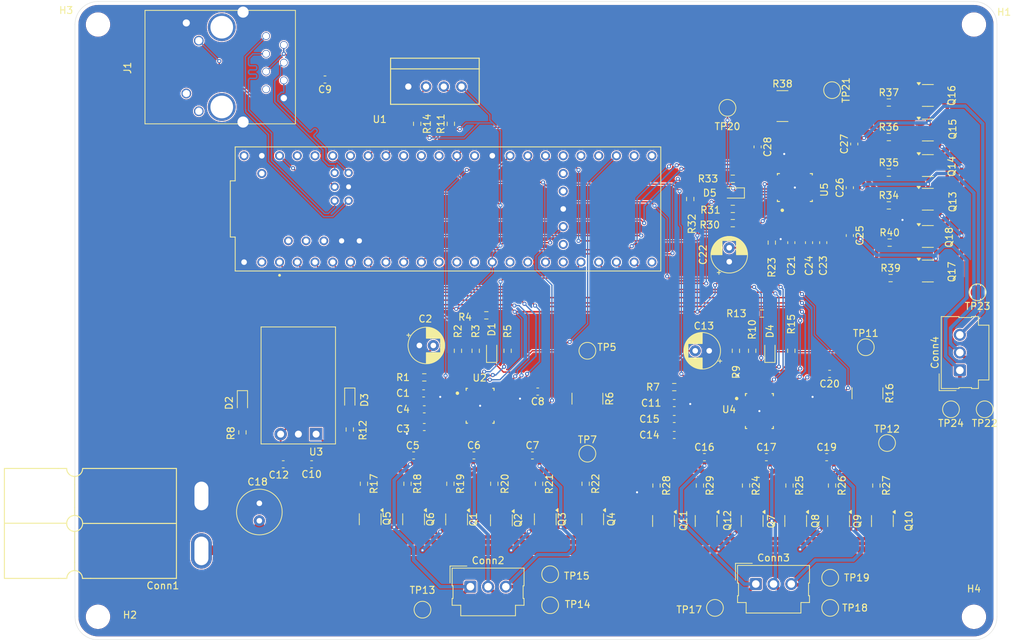
<source format=kicad_pcb>
(kicad_pcb (version 20240108) (generator "pcbnew") (generator_version "8.0")
  (layers (0 "F.Cu" signal) (31 "B.Cu" signal) (34 "B.Paste" user) (35 "F.Paste" user) (36 "B.SilkS" user "B.Silkscreen") (37 "F.SilkS" user "F.Silkscreen") (38 "B.Mask" user) (39 "F.Mask" user) (44 "Edge.Cuts" user))
  (net 0 "")
  (net 1 "+12V")
  (net 2 "GND")
  (net 3 "Net-(U2-GVDD)")
  (net 4 "Net-(U2-CPH)")
  (net 5 "Net-(U2-CPL)")
  (net 6 "SHA_1")
  (net 7 "Net-(C5-Pad1)")
  (net 8 "SHB_1")
  (net 9 "Net-(C6-Pad1)")
  (net 10 "Net-(U2-BSTC)")
  (net 11 "SHC_1")
  (net 12 "Net-(U2-AVDD)")
  (net 13 "Net-(C9-Pad2)")
  (net 14 "+3V3")
  (net 15 "Net-(U4-GVDD)")
  (net 16 "Net-(U4-CPH)")
  (net 17 "Net-(U4-CPL)")
  (net 18 "SHA_2")
  (net 19 "Net-(C16-Pad1)")
  (net 20 "SHB_2")
  (net 21 "Net-(C17-Pad1)")
  (net 22 "SHC_2")
  (net 23 "Net-(U4-BSTC)")
  (net 24 "Net-(U4-AVDD)")
  (net 25 "Net-(U5-GVDD)")
  (net 26 "Net-(U5-CPH)")
  (net 27 "Net-(U5-CPL)")
  (net 28 "SHA_3")
  (net 29 "Net-(C25-Pad2)")
  (net 30 "Net-(C26-Pad1)")
  (net 31 "SHB_3")
  (net 32 "SHC_3")
  (net 33 "Net-(U5-BSTC)")
  (net 34 "Net-(U5-AVDD)")
  (net 35 "SCL")
  (net 36 "SDA")
  (net 37 "nFAULT_1")
  (net 38 "Net-(D1-A)")
  (net 39 "Net-(D2-A)")
  (net 40 "Net-(D3-A)")
  (net 41 "Net-(D4-A)")
  (net 42 "nFAULT_2")
  (net 43 "Net-(D5-A)")
  (net 44 "nFAULT_3")
  (net 46 "LED")
  (net 47 "T-")
  (net 48 "R-")
  (net 50 "R+")
  (net 52 "T+")
  (net 53 "Net-(Q1-G)")
  (net 54 "Net-(Q2-G)")
  (net 55 "CS_1")
  (net 56 "Net-(Q3-G)")
  (net 57 "Net-(Q4-G)")
  (net 58 "Net-(Q5-G)")
  (net 59 "Net-(Q6-G)")
  (net 60 "Net-(Q7-G)")
  (net 61 "Net-(Q8-G)")
  (net 62 "CS_2")
  (net 63 "Net-(Q9-G)")
  (net 64 "Net-(Q10-G)")
  (net 65 "Net-(Q11-G)")
  (net 66 "Net-(Q12-G)")
  (net 67 "Net-(Q13-G)")
  (net 68 "Net-(Q14-G)")
  (net 69 "CS_3")
  (net 70 "Net-(Q15-G)")
  (net 71 "Net-(Q16-G)")
  (net 72 "Net-(Q17-G)")
  (net 73 "Net-(Q18-G)")
  (net 74 "Net-(U2-DT)")
  (net 75 "Net-(U2-VDSLVL)")
  (net 76 "Net-(U2-CSAGAIN)")
  (net 77 "Net-(U4-DT)")
  (net 78 "Net-(U4-VDSLVL)")
  (net 79 "Net-(U4-CSAGAIN)")
  (net 80 "GHA_1")
  (net 81 "GLA_1")
  (net 82 "GHB_1")
  (net 83 "GLB_1")
  (net 84 "GHC_1")
  (net 85 "GLC_1")
  (net 86 "Net-(U5-DT)")
  (net 87 "GHB_2")
  (net 88 "GLB_2")
  (net 89 "GHC_2")
  (net 90 "GLC_2")
  (net 91 "GHA_2")
  (net 92 "GLA_2")
  (net 93 "Net-(U5-VDSLVL)")
  (net 94 "Net-(U5-CSAGAIN)")
  (net 95 "GHB_3")
  (net 96 "GLB_3")
  (net 97 "GHC_3")
  (net 98 "GLC_3")
  (net 99 "GHA_3")
  (net 100 "GLA_3")
  (net 101 "DRVOFF")
  (net 102 "SO_1")
  (net 103 "nSLEEP_3")
  (net 104 "SO_2")
  (net 105 "SO_3")
  (net 107 "PWM C_3")
  (net 110 "nSLEEP_1")
  (net 112 "PWM A_2")
  (net 113 "PWM A_1")
  (net 115 "PWM B_1")
  (net 116 "PWM C_2")
  (net 118 "PWM A_3")
  (net 127 "PWM C_1")
  (net 128 "PWM B_3")
  (net 134 "PWM B_2")
  (net 144 "nSLEEP_2")
  (footprint "Resistor_SMD:R_0603_1608Metric_Pad0.98x0.95mm_HandSolder" (layer "F.Cu") (at 141.351 114.808 -90)
    (property "Reference" "R20")
    (property "Value" "30")
  )
  (footprint "TestPoint:TestPoint_Pad_D2.0mm" (layer "F.Cu") (at 211.594 104.14 180)
    (property "Reference" "TP22")
    (property "Value" "TestPoint")
  )
  (footprint "LED_SMD:LED_0603_1608Metric_Pad1.05x0.95mm_HandSolder" (layer "F.Cu") (at 105.273 103.129 -90)
    (property "Reference" "D2")
    (property "Value" "GREEN")
  )
  (footprint "Capacitor_SMD:C_0603_1608Metric_Pad1.08x0.95mm_HandSolder" (layer "F.Cu") (at 188.958999 110.998)
    (property "Reference" "C19")
    (property "Value" "1uf")
  )
  (footprint "TestPoint:TestPoint_Pad_D2.0mm" (layer "F.Cu") (at 194.564 95.25)
    (property "Reference" "TP11")
    (property "Value" "TestPoint")
  )
  (footprint "Capacitor_SMD:C_0603_1608Metric_Pad1.08x0.95mm_HandSolder" (layer "F.Cu") (at 188.468 80.264 -90)
    (property "Reference" "C23")
    (property "Value" "10uf")
  )
  (footprint "MountingHole:MountingHole_3mm" (layer "F.Cu") (at 84.582 133.858)
    (property "Reference" "H2")
    (property "Value" "MountingHole")
  )
  (footprint "TestPoint:TestPoint_Pad_D2.0mm" (layer "F.Cu") (at 189.466999 132.588)
    (property "Reference" "TP18")
    (property "Value" "TestPoint")
  )
  (footprint "Package_TO_SOT_SMD:SOT-23-3" (layer "F.Cu") (at 203.454 64.135)
    (property "Reference" "Q15")
    (property "Value" "NMOS")
  )
  (footprint "Capacitor_SMD:C_0603_1608Metric_Pad1.08x0.95mm_HandSolder" (layer "F.Cu") (at 167.124777 107.815315 180)
    (property "Reference" "C14")
    (property "Value" "10uf")
  )
  (footprint "Connector_Molex:Molex_SL_171971-0003_1x03_P2.54mm_Vertical" (layer "F.Cu") (at 137.922 129.552)
    (property "Reference" "Conn2")
    (property "Value" "Molex_SL_03")
  )
  (footprint "Package_TO_SOT_SMD:SOT-23-3" (layer "F.Cu") (at 165.590999 120.142 -90)
    (property "Reference" "Q11")
    (property "Value" "NMOS")
  )
  (footprint "Resistor_SMD:R_0603_1608Metric_Pad0.98x0.95mm_HandSolder" (layer "F.Cu") (at 169.418 74.0175 -90)
    (property "Reference" "R32")
    (property "Value" "300")
  )
  (footprint "LED_SMD:LED_0603_1608Metric_Pad1.05x0.95mm_HandSolder" (layer "F.Cu") (at 175.514 73.152 180)
    (property "Reference" "D5")
    (property "Value" "GREEN")
  )
  (footprint "TestPoint:TestPoint_Pad_D2.0mm" (layer "F.Cu") (at 206.768 104.14 180)
    (property "Reference" "TP24")
    (property "Value" "TestPoint")
  )
  (footprint "Capacitor_SMD:C_0603_1608Metric_Pad1.08x0.95mm_HandSolder" (layer "F.Cu") (at 111.115 112.019)
    (property "Reference" "C12")
    (property "Value" "10 uF")
  )
  (footprint "Capacitor_SMD:C_0603_1608Metric_Pad1.08x0.95mm_HandSolder" (layer "F.Cu") (at 179.07 66.548 -90)
    (property "Reference" "C28")
    (property "Value" "1 uF")
  )
  (footprint "Resistor_SMD:R_0603_1608Metric_Pad0.98x0.95mm_HandSolder" (layer "F.Cu") (at 135.128 63.246 90)
    (property "Reference" "R11")
    (property "Value" "4.7K")
  )
  (footprint "Package_TO_SOT_SMD:SOT-23-3" (layer "F.Cu") (at 171.696777 120.142 -90)
    (property "Reference" "Q12")
    (property "Value" "NMOS")
  )
  (footprint "Resistor_SMD:R_0603_1608Metric_Pad0.98x0.95mm_HandSolder" (layer "F.Cu") (at 196.080777 115.062 -90)
    (property "Reference" "R27")
    (property "Value" "30")
  )
  (footprint "TestPoint:TestPoint_Pad_D2.0mm" (layer "F.Cu") (at 149.352 127.762)
    (property "Reference" "TP15")
    (property "Value" "TestPoint")
  )
  (footprint "Package_TO_SOT_SMD:SOT-23-3" (layer "F.Cu") (at 135.951 119.9115 -90)
    (property "Reference" "Q1")
    (property "Value" "NMOS")
  )
  (footprint "Resistor_SMD:R_0603_1608Metric_Pad0.98x0.95mm_HandSolder" (layer "F.Cu") (at 178.290999 95.758 -90)
    (property "Reference" "R10")
    (property "Value" "1K")
  )
  (footprint "Capacitor_SMD:C_0603_1608Metric_Pad1.08x0.95mm_HandSolder" (layer "F.Cu") (at 180.322999 110.998)
    (property "Reference" "C17")
    (property "Value" "1uf")
  )
  (footprint "MountingHole:MountingHole_3mm" (layer "F.Cu") (at 210.058 133.858)
    (property "Reference" "H4")
    (property "Value" "MountingHole")
  )
  (footprint "Resistor_SMD:R_0603_1608Metric_Pad0.98x0.95mm_HandSolder" (layer "F.Cu") (at 147.762 114.808 -90)
    (property "Reference" "R21")
    (property "Value" "30")
  )
  (footprint "Capacitor_SMD:C_0603_1608Metric_Pad1.08x0.95mm_HandSolder" (layer "F.Cu") (at 192.278 72.39 90)
    (property "Reference" "C26")
    (property "Value" "1uf")
  )
  (footprint "Resistor_SMD:R_0603_1608Metric_Pad0.98x0.95mm_HandSolder" (layer "F.Cu") (at 131.318 99.568)
    (property "Reference" "R1")
    (property "Value" "10K")
  )
  (footprint "LED_SMD:LED_0603_1608Metric_Pad1.05x0.95mm_HandSolder" (layer "F.Cu") (at 120.65 102.757 -90)
    (property "Reference" "D3")
    (property "Value" "GREEN")
  )
  (footprint "TestPoint:TestPoint_Pad_D2.0mm" (layer "F.Cu") (at 149.352 132.207)
    (property "Reference" "TP14")
    (property "Value" "TestPoint")
  )
  (footprint "TestPoint:TestPoint_Pad_D2.0mm" (layer "F.Cu") (at 131.064 132.842)
    (property "Reference" "TP13")
    (property "Value" "TestPoint")
  )
  (footprint "Resistor_SMD:R_0603_1608Metric_Pad0.98x0.95mm_HandSolder" (layer "F.Cu") (at 197.866 74.93)
    (property "Reference" "R34")
    (property "Value" "30")
  )
  (footprint "Resistor_SMD:R_0603_1608Metric_Pad0.98x0.95mm_HandSolder" (layer "F.Cu") (at 197.866 70.237)
    (property "Reference" "R35")
    (property "Value" "30")
  )
  (footprint "Package_TO_SOT_SMD:SOT-23-3" (layer "F.Cu") (at 148.651 119.888 -90)
    (property "Reference" "Q3")
    (property "Value" "NMOS")
  )
  (footprint "Resistor_SMD:R_0603_1608Metric_Pad0.98x0.95mm_HandSolder" (layer "F.Cu") (at 175.514 75.438)
    (property "Reference" "R31")
    (property "Value" "1K")
  )
  (footprint "Resistor_SMD:R_0603_1608Metric_Pad0.98x0.95mm_HandSolder" (layer "F.Cu") (at 183.896 95.758 90)
    (property "Reference" "R15")
    (property "Value" "200K")
  )
  (footprint "Resistor_SMD:R_0603_1608Metric_Pad0.98x0.95mm_HandSolder" (layer "F.Cu") (at 189.730777 115.062 -90)
    (property "Reference" "R26")
    (property "Value" "30")
  )
  (footprint "MRDT_Connectors:Square_Anderson_2_H_Side_By_Side" (layer "F.Cu") (at 99.7712 116.0018)
    (property "Reference" "Conn1")
    (property "Value" "AndersonPP")
  )
  (footprint "Resistor_SMD:R_0603_1608Metric_Pad0.98x0.95mm_HandSolder" (layer "F.Cu") (at 130.302 63.246 -90)
    (property "Reference" "R14")
    (property "Value" "4.7K")
  )
  (footprint "TestPoint:TestPoint_Pad_D2.0mm" (layer "F.Cu") (at 174.752 60.96 180)
    (property "Reference" "TP20")
    (property "Value" "TestPoint")
  )
  (footprint "Capacitor_THT:CP_Radial_D5.0mm_P2.00mm" (layer "F.Cu") (at 130.616888 94.996)
    (property "Reference" "C2")
    (property "Value" "22 uF")
  )
  (footprint "MRDT_Shields:Teensy_4_1" (layer "F.Cu") (at 134.716 75.438)
    (property "Reference" "U1")
    (property "Value" "Teensy4.1_DEV-16771")
  )
  (footprint "Resistor_SMD:R_0603_1608Metric_Pad0.98x0.95mm_HandSolder" (layer "F.Cu") (at 122.682 114.808 -90)
    (property "Reference" "R17")
    (property "Value" "30")
  )
  (footprint "Package_TO_SOT_SMD:SOT-23-3" (layer "F.Cu") (at 196.943777 120.1475 -90)
    (property "Reference" "Q10")
    (property "Value" "NMOS")
  )
  (footprint "Resistor_SMD:R_2816_7142Metric_Pad3.20x4.45mm_HandSolder" (layer "F.Cu") (at 194.800999 101.854 -90)
    (property "Reference" "R16")
    (property "Value" "0.1")
  )
  (footprint "Resistor_SMD:R_0603_1608Metric_Pad0.98x0.95mm_HandSolder" (layer "F.Cu") (at 197.866 60.198)
    (property "Reference" "R37")
    (property "Value" "30")
  )
  (footprint "Capacitor_SMD:C_0603_1608Metric_Pad1.08x0.95mm_HandSolder" (layer "F.Cu") (at 115.179 112.019 180)
    (property "Reference" "C10")
    (property "Value" "10 uF")
  )
  (footprint "Capacitor_SMD:C_0603_1608Metric_Pad1.08x0.95mm_HandSolder" (layer "F.Cu") (at 129.794 110.744)
    (property "Reference" "C5")
    (property "Value" "1uf")
  )
  (footprint "Package_TO_SOT_SMD:SOT-23-3" (layer "F.Cu") (at 129.789 119.888 -90)
    (property "Reference" "Q6")
    (property "Value" "NMOS")
  )
  (footprint "Resistor_SMD:R_0603_1608Metric_Pad0.98x0.95mm_HandSolder" (layer "F.Cu") (at 197.872 65.142)
    (property "Reference" "R36")
    (property "Value" "30")
  )
  (footprint "TestPoint:TestPoint_Pad_D2.0mm" (layer "F.Cu") (at 154.686 95.758)
    (property "Reference" "TP5")
    (property "Value" "TestPoint")
  )
  (footprint "Connector_Molex:Molex_SL_171971-0003_1x03_P2.54mm_Vertical" (layer "F.Cu") (at 178.808777 129.163315)
    (property "Reference" "Conn3")
    (property "Value" "Molex_SL_03")
  )
  (footprint "Capacitor_SMD:C_0603_1608Metric_Pad1.08x0.95mm_HandSolder" (layer "F.Cu") (at 186.436 80.264 90)
    (property "Reference" "C24")
    (property "Value" "470 nF")
  )
  (footprint "Connector_Molex:Molex_SL_171971-0003_1x03_P2.54mm_Vertical" (layer "F.Cu") (at 208.038 98.552 90)
    (property "Reference" "Conn4")
    (property "Value" "Molex_SL_03")
  )
  (footprint "Resistor_SMD:R_0603_1608Metric_Pad0.98x0.95mm_HandSolder" (layer "F.Cu") (at 170.807777 115.062 -90)
    (property "Reference" "R29")
    (property "Value" "30")
  )
  (footprint "Resistor_SMD:R_0603_1608Metric_Pad0.98x0.95mm_HandSolder" (layer "F.Cu") (at 179.6815 90.424 180)
    (property "Reference" "R13")
    (property "Value" "300")
  )
  (footprint "Resistor_SMD:R_0603_1608Metric_Pad0.98x0.95mm_HandSolder" (layer "F.Cu") (at 175.959676 95.758 90)
    (property "Reference" "R9")
    (property "Value" "402K")
  )
  (footprint "Capacitor_SMD:C_0603_1608Metric_Pad1.08x0.95mm_HandSolder" (layer "F.Cu") (at 171.45 110.998)
    (property "Reference" "C16")
    (property "Value" "1uf")
  )
  (footprint "Capacitor_SMD:C_0603_1608Metric_Pad1.08x0.95mm_HandSolder" (layer "F.Cu") (at 131.318 106.68 180)
    (property "Reference" "C3")
    (property "Value" "10uf")
  )
  (footprint "Resistor_SMD:R_0603_1608Metric_Pad0.98x0.95mm_HandSolder" (layer "F.Cu") (at 177.411777 115.062 -90)
    (property "Reference" "R24")
    (property "Value" "30")
  )
  (footprint "TestPoint:TestPoint_Pad_D2.0mm" (layer "F.Cu") (at 210.578 87.376 180)
    (property "Reference" "TP23")
    (property "Value" "TestPoint")
  )
  (footprint "Package_TO_SOT_SMD:SOT-23-3" (layer "F.Cu") (at 190.667777 120.142 -90)
    (property "Reference" "Q9")
    (property "Value" "NMOS")
  )
  (footprint "Capacitor_SMD:C_0603_1608Metric_Pad1.08x0.95mm_HandSolder" (layer "F.Cu") (at 183.896 80.264 90)
    (property "Reference" "C21")
    (property "Value" "0.1 uF")
  )
  (footprint "LED_SMD:LED_0603_1608Metric_Pad1.05x0.95mm_HandSolder" (layer "F.Cu") (at 180.830999 95.758 90)
    (property "Reference" "D4")
    (property "Value" "GREEN")
  )
  (footprint "MountingHole:MountingHole_3mm" (layer "F.Cu") (at 210.058 49.022)
    (property "Reference" "H1")
    (property "Value" "MountingHole")
  )
  (footprint "MRDT_Connectors:MOLEX_SL_04_Vertical" (layer "F.Cu") (at 129.032 57.912)
    (property "Reference" "Conn15" (hide yes))
    (property "Value" "Molex_SL_04")
  )
  (footprint "Capacitor_SMD:C_0603_1608Metric_Pad1.08x0.95mm_HandSolder" (layer "F.Cu") (at 117.094 56.896 180)
    (property "Reference" "C9")
    (property "Value" "0.1uF")
  )
  (footprint "Converter_DCDC:Converter_DCDC_Murata_OKI-78SR_Horizontal" (layer "F.Cu") (at 115.824 107.696 180)
    (property "Reference" "U3")
    (property "Value" "OKI")
  )
  (footprint "MRDT_Connectors:RJ45_Teensy" (layer "F.Cu") (at 89.3105 55.243 -90)
    (property "Reference" "J1")
    (property "Value" "8P8C_LED_Shielded")
  )
  (footprint "Resistor_SMD:R_0603_1608Metric_Pad0.98x0.95mm_HandSolder" (layer "F.Cu") (at 135.062 114.808 -90)
    (property "Reference" "R19")
    (property "Value" "30")
  )
  (footprint "TestPoint:TestPoint_Pad_D2.0mm" (layer "F.Cu") (at 197.612 108.966)
    (property "Reference" "TP12")
    (property "Value" "TestPoint")
  )
  (footprint "Package_TO_SOT_SMD:SOT-23-3" (layer "F.Cu") (at 203.454 79.381)
    (property "Reference" "Q18")
    (property "Value" "NMOS")
  )
  (footprint "LED_SMD:LED_0603_1608Metric_Pad1.05x0.95mm_HandSolder" (layer "F.Cu") (at 140.97 95.758 90)
    (property "Reference" "D1")
    (property "Value" "GREEN")
  )
  (footprint "Package_TO_SOT_SMD:SOT-23-3" (layer "F.Cu") (at 142.367 120.0385 -90)
    (property "Reference" "Q2")
    (property "Value" "NMOS")
  )
  (footprint "Package_TO_SOT_SMD:SOT-23-3" (layer "F.Cu") (at 203.454 59.182)
    (property "Reference" "Q16")
    (property "Value" "NMOS")
  )
  (footprint "Capacitor_SMD:C_0603_1608Metric_Pad1.08x0.95mm_HandSolder" (layer "F.Cu") (at 192.278 79.248 -90)
    (property "Reference" "C25")
    (property "Value" "1uf")
  )
  (footprint "Package_TO_SOT_SMD:SOT-23-3" (layer "F.Cu") (at 203.454 84.328)
    (property "Reference" "Q17")
    (property "Value" "NMOS")
  )
  (footprint "Resistor_SMD:R_0603_1608Metric_Pad0.98x0.95mm_HandSolder" (layer "F.Cu") (at 138.684 95.758 -90)
    (property "Reference" "R3")
    (property "Value" "1K")
  )
  (footprint "Capacitor_SMD:C_0603_1608Metric_Pad1.08x0.95mm_HandSolder" (layer "F.Cu") (at 192.913 66.1416 90)
    (property "Reference" "C27")
    (property "Value" "1uf")
  )
  (footprint "Capacitor_THT:CP_Radial_D5.0mm_P2.00mm" (layer "F.Cu") (at 172.134112 95.758 180)
    (property "Reference" "C13")
    (property "Value" "22 uF")
  )
  (footprint "Resistor_SMD:R_0603_1608Metric_Pad0.98x0.95mm_HandSolder" (layer "F.Cu") (at 197.981 80.264)
    (property "Reference" "R40")
    (property "Value" "30")
  )
  (footprint "Resistor_SMD:R_0603_1608Metric_Pad0.98x0.95mm_HandSolder" (layer "F.Cu") (at 120.65 107.0375 90)
    (property "Reference" "R12")
    (property "Value" "4.7k")
  )
  (footprint "DRV8329:REE0036A-IPC_A" (layer "F.Cu") (at 179.324 104.394)
    (property "Reference" "U4")
    (property "Value" "~")
  )
  (footprint "Capacitor_SMD:C_0603_1608Metric_Pad1.08x0.95mm_HandSolder" (layer "F.Cu") (at 146.812 110.744)
    (property "Reference" "C7")
    (property "Value" "1uf")
  )
  (footprint "Capacitor_THT:CP_Radial_D5.0mm_P2.00mm" (layer "F.Cu") (at 175.006 82.997113 90)
    (property "Reference" "C22")
    (property "Value" "22 uF")
  )
  (footprint "Capacitor_SMD:C_0603_1608Metric_Pad1.08x0.95mm_HandSolder" (layer "F.Cu") (at 189.3835 99.06 180)
    (property "Reference" "C20")
    (property "Value" "1 uF")
  )
  (footprint "Resistor_SMD:R_0603_1608Metric_Pad0.98x0.95mm_HandSolder" (layer "F.Cu") (at 140.208 90.678 180)
    (property "Reference" "R4")
    (property "Value" "300")
  )
  (footprint "Capacitor_SMD:C_0603_1608Metric_Pad1.08x0.95mm_HandSolder" (layer "F.Cu") (at 131.228437 101.854)
    (property "Reference" "C1")
    (property "Value" "0.1 uF")
  )
  (footprint "Resistor_SMD:R_0603_1608Metric_Pad0.98x0.95mm_HandSolder" (layer "F.Cu") (at 143.256 95.758 90)
    (property "Reference" "R5")
    (property "Value" "200K")
  )
  (footprint "TestPoint:TestPoint_Pad_D2.0mm" (layer "F.Cu") (at 172.956999 132.588)
    (property "Reference" "TP17")
    (property "Value" "TestPoint")
  )
  (footprint "Resistor_SMD:R_0603_1608Metric_Pad0.98x0.95mm_HandSolder" (layer "F.Cu") (at 198.12 85.344)
    (property "Reference" "R39")
    (property "Value" "30")
  )
  (footprint "Package_TO_SOT_SMD:SOT-23-3" (layer "F.Cu") (at 123.571 119.888 -90)
    (property "Reference" "Q5")
    (property "Value" "NMOS")
  )
  (footprint "Resistor_SMD:R_0603_1608Metric_Pad0.98x0.95mm_HandSolder" (layer "F.Cu") (at 105.273 107.447 90)
    (property "Reference" "R8")
    (property "Value" "100")
  )
  (footprint "Resistor_SMD:R_0603_1608Metric_Pad0.98x0.95mm_HandSolder" (layer "F.Cu") (at 175.514 77.47 180)
    (property "Reference" "R30")
    (property "Value" "402K")
  )
  (footprint "DRV8329:REE0036A-IPC_A" (layer "F.Cu") (at 184.404 72.373 90)
    (property "Reference" "U5")
    (property "Value" "~")
  )
  (footprint "Resistor_SMD:R_0603_1608Metric_Pad0.98x0.95mm_HandSolder" (layer "F.Cu") (at 183.634777 115.062 -90)
    (property "Reference" "R25")
    (property "Value" "30")
  )
  (footprint "Resistor_SMD:R_0603_1608Metric_Pad0.98x0.95mm_HandSolder" (layer "F.Cu") (at 167.124777 100.957315)
    (property "Reference" "R7")
    (property "Value" "10K")
  )
  (footprint "Capacitor_THT:C_Radial_D6.3mm_H5.0mm_P2.50mm" (layer "F.Cu") (at 107.696 120.102 90)
    (property "Reference" "C18")
    (property "Value" "100uF")
  )
  (footprint "Package_TO_SOT_SMD:SOT-23-3" (layer "F.Cu") (at 203.454 69.221)
    (property "Reference" "Q14")
    (property "Value" "NMOS")
  )
  (footprint "Resistor_SMD:R_0603_1608Metric_Pad0.98x0.95mm_HandSolder" (layer "F.Cu") (at 181.102 80.264 90)
    (property "Reference" "R23")
    (property "Value" "10K")
  )
  (footprint "Package_TO_SOT_SMD:SOT-23-3" (layer "F.Cu") (at 203.448 74.047)
    (property "Reference" "Q13")
    (property "Value" "NMOS")
  )
  (footprint "Resistor_SMD:R_0603_1608Metric_Pad0.98x0.95mm_HandSolder" (layer "F.Cu") (at 164.584777 115.062 -90)
    (property "Reference" "R28")
    (property "Value" "30")
  )
  (footprint "Capacitor_SMD:C_0603_1608Metric_Pad1.08x0.95mm_HandSolder" (layer "F.Cu") (at 167.124777 105.529315)
    (property "Reference" "C15")
    (property "Value" "470 nF")
  )
  (footprint "MountingHole:MountingHole_3mm" (layer "F.Cu") (at 84.582 49.022)
    (property "Reference" "H3")
    (property "Value" "MountingHole")
  )
  (footprint "Capacitor_SMD:C_0603_1608Metric_Pad1.08x0.95mm_HandSolder" (layer "F.Cu") (at 131.318 104.14)
    (property "Reference" "C4")
    (property "Value" "470 nF")
  )
  (footprint "Resistor_SMD:R_0603_1608Metric_Pad0.98x0.95mm_HandSolder" (layer "F.Cu") (at 128.915937 114.808 -90)
    (property "Reference" "R18")
    (property "Value" "30")
  )
  (footprint "TestPoint:TestPoint_Pad_D2.0mm" (layer "F.Cu") (at 189.466999 128.27)
    (property "Reference" "TP19")
    (property "Value" "TestPoint")
  )
  (footprint "TestPoint:TestPoint_Pad_D2.0mm" (layer "F.Cu") (at 154.686 110.49)
    (property "Reference" "TP7")
    (property "Value" "TestPoint")
  )
  (footprint "Capacitor_SMD:C_0603_1608Metric_Pad1.08x0.95mm_HandSolder" (layer "F.Cu") (at 138.43 110.744)
    (property "Reference" "C6")
    (property "Value" "1uf")
  )
  (footprint "Resistor_SMD:R_0603_1608Metric_Pad0.98x0.95mm_HandSolder" (layer "F.Cu") (at 154.432 114.808 -90)
    (property "Reference" "R22")
    (property "Value" "30")
  )
  (footprint "Package_TO_SOT_SMD:SOT-23-3" (layer "F.Cu") (at 155.448 119.888 -90)
    (property "Reference" "Q4")
    (property "Value" "NMOS")
  )
  (footprint "Resistor_SMD:R_2816_7142Metric_Pad3.20x4.45mm_HandSolder" (layer "F.Cu") (at 182.626 60.706)
    (property "Reference" "R38")
    (property "Value" "0.1")
  )
  (footprint "Resistor_SMD:R_0603_1608Metric_Pad0.98x0.95mm_HandSolder" (layer "F.Cu") (at 136.144 95.758 90)
    (property "Reference" "R2")
    (property "Value" "402K")
  )
  (footprint "TestPoint:TestPoint_Pad_D2.0mm" (layer "F.Cu") (at 189.738 58.42 -90)
    (property "Reference" "TP21")
    (property "Value" "TestPoint")
  )
  (footprint "Capacitor_SMD:C_0603_1608Metric_Pad1.08x0.95mm_HandSolder" (layer "F.Cu") (at 147.574 101.6 180)
    (property "Reference" "C8")
    (property "Value" "1 uF")
  )
  (footprint "DRV8329:REE0036A-IPC_A" (layer "F.Cu") (at 139.319 103.632)
    (property "Reference" "U2")
    (property "Value" "~")
  )
  (footprint "Package_TO_SOT_SMD:SOT-23-3" (layer "F.Cu") (at 184.523777 120.142 -90)
    (property "Reference" "Q8")
    (property "Value" "NMOS")
  )
  (footprint "Package_TO_SOT_SMD:SOT-23-3" (layer "F.Cu") (at 178.290999 120.142 -90)
    (property "Reference" "Q7")
    (property "Value" "NMOS")
  )
  (footprint "Capacitor_SMD:C_0603_1608Metric_Pad1.08x0.95mm_HandSolder" (layer "F.Cu") (at 167.124777 103.243315)
    (property "Reference" "C11")
    (property "Value" "0.1 uF")
  )
  (footprint "Resistor_SMD:R_0603_1608Metric_Pad0.98x0.95mm_HandSolder" (layer "F.Cu") (at 175.514 71.12 180)
    (property "Reference" "R33")
    (property "Value" "200K")
  )
  (footprint "Resistor_SMD:R_2816_7142Metric_Pad3.20x4.45mm_HandSolder" (layer "F.Cu") (at 154.686 102.616 -90)
    (property "Reference" "R6")
    (property "Value" "0.1")
  )
  (gr_arc (start 81.28 49.022) (mid 82.247133 46.687133) (end 84.582 45.72) (stroke (width 0.05)) (layer "Edge.Cuts"))
  (gr_arc (start 210.058 45.72) (mid 212.392867 46.687133) (end 213.36 49.022) (stroke (width 0.05)) (layer "Edge.Cuts"))
  (gr_line (start 213.36 133.858) (end 213.36 49.022) (stroke (width 0.05)) (layer "Edge.Cuts"))
  (gr_line (start 84.582 137.16) (end 208.28 137.16) (stroke (width 0.05)) (layer "Edge.Cuts"))
  (gr_line (start 210.058 45.72) (end 84.582 45.72) (stroke (width 0.05)) (layer "Edge.Cuts"))
  (gr_line (start 81.28 49.022) (end 81.28 133.858) (stroke (width 0.05)) (layer "Edge.Cuts"))
  (gr_arc (start 84.582 137.16) (mid 82.247133 136.192867) (end 81.28 133.858) (stroke (width 0.05)) (layer "Edge.Cuts"))
  (gr_line (start 208.28 137.16) (end 210.058 137.16) (stroke (width 0.05)) (layer "Edge.Cuts"))
  (gr_arc (start 213.36 133.858) (mid 212.392867 136.192867) (end 210.058 137.16) (stroke (width 0.05)) (layer "Edge.Cuts"))
  (segment (start 168.937962 104.194) (end 167.987277 103.243315) (width 0.2) (layer "F.Cu") (net 1))
  (segment (start 204.978 88.392) (end 205.867 87.503) (width 0.508) (layer "F.Cu") (net 1))
  (segment (start 120.65 107.95) (end 120.65 108.458) (width 0.254) (layer "F.Cu") (net 1))
  (segment (start 202.3165 83.378) (end 202.3165 83.677999) (width 0.508) (layer "F.Cu") (net 1))
  (segment (start 166.540999 119.0045) (end 166.241 119.0045) (width 0.508) (layer "F.Cu") (net 1))
  (segment (start 202.3165 63.484999) (end 205.379501 66.548) (width 0.508) (layer "F.Cu") (net 1))
  (segment (start 191.617777 119.0045) (end 190.501277 120.121) (width 0.508) (layer "F.Cu") (net 1))
  (segment (start 111.252 124.333) (end 118.618 116.967) (width 0.889) (layer "F.Cu") (net 1))
  (segment (start 118.618 114.3) (end 118.618 110.49) (width 0.254) (layer "F.Cu") (net 1))
  (segment (start 183.896 79.4015) (end 184.204 79.0935) (width 0.2) (layer "F.Cu") (net 1))
  (segment (start 149.601 118.7505) (end 149.301001 118.7505) (width 0.508) (layer "F.Cu") (net 1))
  (segment (start 132.974468 102.737532) (end 130.515564 102.737532) (width 0.254) (layer "F.Cu") (net 1))
  (segment (start 130.515564 102.737532) (end 128.818548 104.434548) (width 0.254) (layer "F.Cu") (net 1))
  (segment (start 204.978 120.904) (end 204.978 116.84) (width 0.889) (layer "F.Cu") (net 1))
  (segment (start 105.664 124.333) (end 111.252 124.333) (width 1.36) (layer "F.Cu") (net 1))
  (segment (start 156.718 124.333) (end 159.512 121.539) (width 0.254) (layer "F.Cu") (net 1))
  (segment (start 202.3105 73.097) (end 202.3105 73.292842) (width 0.508) (layer "F.Cu") (net 1))
  (segment (start 205.994 87.376) (end 208.28 85.09) (width 0.508) (layer "F.Cu") (net 1))
  (segment (start 177.567 120.121) (end 175.768 121.92) (width 0.508) (layer "F.Cu") (net 1))
  (segment (start 160.909 124.333) (end 161.036 124.206) (width 0.889) (layer "F.Cu") (net 1))
  (segment (start 180.34 82.804) (end 178.533113 80.997113) (width 0.254) (layer "F.Cu") (net 1))
  (segment (start 132.616888 94.996) (end 132.616888 95.25) (width 0.254) (layer "F.Cu") (net 1))
  (segment (start 183.896 79.4015) (end 184.952 80.4575) (width 0.254) (layer "F.Cu") (net 1))
  (segment (start 184.952 80.4575) (end 184.952 82.336) (width 0.254) (layer "F.Cu") (net 1))
  (segment (start 202.3165 83.677999) (end 205.867 87.228499) (width 0.508) (layer "F.Cu") (net 1))
  (segment (start 128.818548 99.04834) (end 128.818548 104.434548) (width 0.254) (layer "F.Cu") (net 1))
  (segment (start 133.604 121.674) (end 133.701001 121.674) (width 0.508) (layer "F.Cu") (net 1))
  (segment (start 132.616888 95.25) (end 128.818548 99.04834) (width 0.254) (layer "F.Cu") (net 1))
  (segment (start 205.867 87.228499) (end 205.867 87.503) (width 0.508) (layer "F.Cu") (net 1))
  (segment (start 133.668937 103.432) (end 137.315969 103.432) (width 0.2) (layer "F.Cu") (net 1))
  (segment (start 170.134112 95.758) (end 169.002742 95.758) (width 0.254) (layer "F.Cu") (net 1))
  (segment (start 184.952 82.336) (end 204.978 102.362) (width 0.254) (layer "F.Cu") (net 1))
  (segment (start 208.28 79.248) (end 208.28 69.342) (width 0.508) (layer "F.Cu") (net 1))
  (segment (start 143.764 124.333) (end 156.718 124.333) (width 1.36) (layer "F.Cu") (net 1))
  (segment (start 107.696 122.301) (end 107.696 120.102) (width 1.36) (layer "F.Cu") (net 1))
  (segment (start 205.379501 66.548) (end 205.486 66.548) (width 0.508) (layer "F.Cu") (net 1))
  (segment (start 167.090592 104.14) (end 167.987277 103.243315) (width 0.254) (layer "F.Cu") (net 1))
  (segment (start 118.618 116.967) (end 118.618 114.3) (width 0.254) (layer "F.Cu") (net 1))
  (segment (start 205.867 87.503) (end 205.994 87.376) (width 0.508) (layer "F.Cu") (net 1))
  (segment (start 118.618 114.635096) (end 118.618 116.967) (width 0.254) (layer "F.Cu") (net 1))
  (segment (start 159.512 110.937188) (end 164.815594 105.633594) (width 0.254) (layer "F.Cu") (net 1))
  (segment (start 173.482 124.206) (end 185.166 124.206) (width 0.889) (layer "F.Cu") (net 1))
  (segment (start 146.385501 121.666) (end 146.304 121.666) (width 0.508) (layer "F.Cu") (net 1))
  (segment (start 105.664 124.333) (end 107.696 122.301) (width 1.36) (layer "F.Cu") (net 1))
  (segment (start 178.533113 80.997113) (end 175.006 80.997113) (width 0.254) (layer "F.Cu") (net 1))
  (segment (start 164.815594 99.945148) (end 164.815594 105.633594) (width 0.254) (layer "F.Cu") (net 1))
  (segment (start 183.896 79.4015) (end 182.666 80.6315) (width 0.254) (layer "F.Cu") (net 1))
  (segment (start 116.0415 112.019) (end 116.337 112.019) (width 0.254) (layer "F.Cu") (net 1))
  (segment (start 159.512 121.539) (end 159.512 110.937188) (width 0.254) (layer "F.Cu") (net 1))
  (segment (start 124.221001 118.7505) (end 118.638501 124.333) (width 0.508) (layer "F.Cu") (net 1))
  (segment (start 169.002742 95.758) (end 164.815594 99.945148) (width 0.254) (layer "F.Cu") (net 1))
  (segment (start 189.251 120.121) (end 187.96 121.412) (width 0.508) (layer "F.Cu") (net 1))
  (segment (start 149.301001 118.7505) (end 146.385501 121.666) (width 0.508) (layer "F.Cu") (net 1))
  (segment (start 166.309188 104.14) (end 167.090592 104.14) (width 0.254) (layer "F.Cu") (net 1))
  (segment (start 201.676 124.206) (end 204.978 120.904) (width 0.889) (layer "F.Cu") (net 1))
  (segment (start 131.064 124.333) (end 143.764 124.333) (width 1.36) (layer "F.Cu") (net 1))
  (segment (start 124.521 118.7505) (end 124.221001 118.7505) (width 0.508) (layer "F.Cu") (net 1))
  (segment (start 136.601001 118.774) (end 136.901 118.774) (width 0.508) (layer "F.Cu") (net 1))
  (segment (start 182.626 82.804) (end 180.34 82.804) (width 0.254) (layer "F.Cu") (net 1))
  (segment (start 208.28 85.09) (end 208.28 79.248) (width 0.508) (layer "F.Cu") (net 1))
  (segment (start 120.65 108.458) (end 118.618 110.49) (width 0.254) (layer "F.Cu") (net 1))
  (segment (start 118.638501 124.333) (end 118.11 124.333) (width 0.508) (layer "F.Cu") (net 1))
  (segment (start 160.9125 124.333) (end 160.909 124.333) (width 0.508) (layer "F.Cu") (net 1))
  (segment (start 132.974468 102.737532) (end 133.668937 103.432) (width 0.2) (layer "F.Cu") (net 1))
  (segment (start 177.320969 104.194) (end 168.937962 104.194) (width 0.2) (layer "F.Cu") (net 1))
  (segment (start 164.815594 105.633594) (end 166.309188 104.14) (width 0.254) (layer "F.Cu") (net 1))
  (segment (start 166.241 119.0045) (end 160.9125 124.333) (width 0.508) (layer "F.Cu") (net 1))
  (segment (start 118.11 124.333) (end 131.064 124.333) (width 1.36) (layer "F.Cu") (net 1))
  (segment (start 99.4894 124.333) (end 105.664 124.333) (width 1.36) (layer "F.Cu") (net 1))
  (segment (start 184.204 79.0935) (end 184.204 74.376031) (width 0.2) (layer "F.Cu") (net 1))
  (segment (start 178.124499 120.121) (end 177.567 120.121) (width 0.508) (layer "F.Cu") (net 1))
  (segment (start 156.718 124.333) (end 160.909 124.333) (width 1.36) (layer "F.Cu") (net 1))
  (segment (start 111.252 124.333) (end 118.11 124.333) (width 1.36) (layer "F.Cu") (net 1))
  (segment (start 185.166 124.206) (end 201.676 124.206) (width 0.889) (layer "F.Cu") (net 1))
  (segment (start 182.666 80.6315) (end 182.666 82.764) (width 0.254) (layer "F.Cu") (net 1))
  (segment (start 204.978 102.362) (end 204.978 88.392) (width 0.508) (layer "F.Cu") (net 1))
  (segment (start 118.618 110.49) (end 115.824 107.696) (width 0.254) (layer "F.Cu") (net 1))
  (segment (start 99.3966 124.4258) (end 99.4894 124.333) (width 1.36) (layer "F.Cu") (net 1))
  (segment (start 182.666 82.764) (end 182.626 82.804) (width 0.254) (layer "F.Cu") (net 1))
  (segment (start 202.3105 73.292842) (end 205.471658 76.454) (width 0.508) (layer "F.Cu") (net 1))
  (segment (start 116.337 112.019) (end 118.618 114.3) (width 0.254) (layer "F.Cu") (net 1))
  (segment (start 202.3165 63.185) (end 202.3165 63.484999) (width 0.508) (layer "F.Cu") (net 1))
  (segment (start 128.818548 104.434548) (end 118.618 114.635096) (width 0.254) (layer "F.Cu") (net 1))
  (segment (start 179.240999 119.0045) (end 178.124499 120.121) (width 0.508) (layer "F.Cu") (net 1))
  (segment (start 190.501277 120.121) (end 189.251 120.121) (width 0.508) (layer "F.Cu") (net 1))
  (segment (start 132.090937 101.854) (end 132.974468 102.737532) (width 0.2) (layer "F.Cu") (net 1))
  (segment (start 161.036 124.206) (end 173.482 124.206) (width 0.889) (layer "F.Cu") (net 1))
  (segment (start 204.978 116.84) (end 204.978 102.362) (width 0.508) (layer "F.Cu") (net 1))
  (segment (start 133.701001 121.674) (end 136.601001 118.774) (width 0.508) (layer "F.Cu") (net 1))
  (segment (start 205.471658 76.454) (end 205.486 76.454) (width 0.508) (layer "F.Cu") (net 1))
  (via (at 205.486 76.454) (size 0.6) (drill 0.3) (layers "F.Cu" "B.Cu") (net 1))
  (via (at 143.764 124.333) (size 0.6) (drill 0.3) (layers "F.Cu" "B.Cu") (net 1))
  (via (at 173.482 124.206) (size 0.6) (drill 0.3) (layers "F.Cu" "B.Cu") (net 1))
  (via (at 175.768 121.92) (size 0.6) (drill 0.3) (layers "F.Cu" "B.Cu") (net 1))
  (via (at 131.064 124.333) (size 0.6) (drill 0.3) (layers "F.Cu" "B.Cu") (net 1))
  (via (at 208.28 79.248) (size 0.6) (drill 0.3) (layers "F.Cu" "B.Cu") (net 1))
  (via (at 187.96 121.412) (size 0.6) (drill 0.3) (layers "F.Cu" "B.Cu") (net 1))
  (via (at 205.486 66.548) (size 0.6) (drill 0.3) (layers "F.Cu" "B.Cu") (net 1))
  (via (at 146.304 121.666) (size 0.6) (drill 0.3) (layers "F.Cu" "B.Cu") (net 1))
  (via (at 133.604 121.674) (size 0.6) (drill 0.3) (layers "F.Cu" "B.Cu") (net 1))
  (via (at 185.166 124.206) (size 0.6) (drill 0.3) (layers "F.Cu" "B.Cu") (net 1))
  (via (at 208.28 69.342) (size 0.6) (drill 0.3) (layers "F.Cu" "B.Cu") (net 1))
  (segment (start 146.304 121.666) (end 146.304 121.793) (width 0.508) (layer "B.Cu") (net 1))
  (segment (start 205.486 66.548) (end 208.28 69.342) (width 0.508) (layer "B.Cu") (net 1))
  (segment (start 175.768 121.92) (end 173.482 124.206) (width 0.508) (layer "B.Cu") (net 1))
  (segment (start 133.604 121.793) (end 131.064 124.333) (width 0.508) (layer "B.Cu") (net 1))
  (segment (start 146.304 121.793) (end 143.764 124.333) (width 0.508) (layer "B.Cu") (net 1))
  (segment (start 205.486 76.454) (end 208.28 79.248) (width 0.508) (layer "B.Cu") (net 1))
  (segment (start 133.604 121.674) (end 133.604 121.793) (width 0.508) (layer "B.Cu") (net 1))
  (segment (start 187.96 121.412) (end 185.166 124.206) (width 0.508) (layer "B.Cu") (net 1))
  (segment (start 183.804001 70.369969) (end 183.804001 68.488001) (width 0.2) (layer "F.Cu") (net 2))
  (segment (start 185.454313 103.794001) (end 186.886314 102.362) (width 0.2) (layer "F.Cu") (net 2))
  (segment (start 182.372 79.621278) (end 182.372 79.756) (width 0.2) (layer "F.Cu") (net 2))
  (segment (start 181.327031 104.594) (end 189.460999 104.594) (width 0.2) (layer "F.Cu") (net 2))
  (segment (start 141.322031 103.832) (end 149.492529 103.832) (width 0.2) (layer "F.Cu") (net 2))
  (segment (start 183.804001 78.189277) (end 182.372 79.621278) (width 0.2) (layer "F.Cu") (net 2))
  (segment (start 153.308529 100.016) (end 154.686 100.016) (width 0.2) (layer "F.Cu") (net 2))
  (segment (start 186.886314 102.362) (end 186.944 102.362) (width 0.2) (layer "F.Cu") (net 2))
  (segment (start 149.492529 103.832) (end 153.308529 100.016) (width 0.2) (layer "F.Cu") (net 2))
  (segment (start 169.834001 103.794001) (end 169.418 103.378) (width 0.2) (layer "F.Cu") (net 2))
  (segment (start 184.604 65.284) (end 180.026 60.706) (width 0.2) (layer "F.Cu") (net 2))
  (segment (start 183.804001 68.488001) (end 182.88 67.564) (width 0.2) (layer "F.Cu") (net 2))
  (segment (start 189.460999 104.594) (end 194.800999 99.254) (width 0.2) (layer "F.Cu") (net 2))
  (segment (start 183.804001 74.376031) (end 183.804001 78.189277) (width 0.2) (layer "F.Cu") (net 2))
  (segment (start 184.604 70.369969) (end 184.604 65.284) (width 0.2) (layer "F.Cu") (net 2))
  (segment (start 137.315969 103.032001) (end 134.274001 103.032001) (width 0.2) (layer "F.Cu") (net 2))
  (segment (start 177.320969 103.794001) (end 169.834001 103.794001) (width 0.2) (layer "F.Cu") (net 2))
  (segment (start 144.617999 103.032001) (end 145.034 102.616) (width 0.2) (layer "F.Cu") (net 2))
  (segment (start 181.327031 103.794001) (end 185.454313 103.794001) (width 0.2) (layer "F.Cu") (net 2))
  (segment (start 134.274001 103.032001) (end 133.604 102.362) (width 0.2) (layer "F.Cu") (net 2))
  (segment (start 141.322031 103.032001) (end 144.617999 103.032001) (width 0.2) (layer "F.Cu") (net 2))
  (via (at 182.372 79.756) (size 0.6) (drill 0.3) (layers "F.Cu" "B.Cu") (net 2))
  (via (at 184.404 72.373) (size 0.6) (drill 0.3) (layers "F.Cu" "B.Cu") (net 2))
  (via (at 199.8218 77.0128) (size 0.6) (drill 0.3) (layers "F.Cu" "B.Cu") (net 2))
  (via (at 176.276 99.314) (size 0.6) (drill 0.3) (layers "F.Cu" "B.Cu") (net 2))
  (via (at 186.944 102.362) (size 0.6) (drill 0.3) (layers "F.Cu" "B.Cu") (net 2))
  (via (at 182.88 67.564) (size 0.6) (drill 0.3) (layers "F.Cu" "B.Cu") (net 2))
  (via (at 139.319 103.632) (size 0.6) (drill 0.3) (layers "F.Cu" "B.Cu") (net 2))
  (via (at 133.604 102.362) (size 0.6) (drill 0.3) (layers "F.Cu" "B.Cu") (net 2))
  (via (at 128.8288 107.6452) (size 0.6) (drill 0.3) (layers "F.Cu" "B.Cu") (net 2))
  (via (at 145.034 102.616) (size 0.6) (drill 0.3) (layers "F.Cu" "B.Cu") (net 2))
  (via (at 183.8452 83.3882) (size 0.6) (drill 0.3) (layers "F.Cu" "B.Cu") (net 2))
  (via (at 169.418 103.378) (size 0.6) (drill 0.3) (layers "F.Cu" "B.Cu") (net 2))
  (via (at 161.798 116.0272) (size 0.6) (drill 0.3) (layers "F.Cu" "B.Cu") (net 2))
  (via (at 179.324 104.394) (size 0.6) (drill 0.3) (layers "F.Cu" "B.Cu") (net 2))
  (segment (start 134.228499 104.632001) (end 137.315969 104.632001) (width 0.2) (layer "F.Cu") (net 3))
  (segment (start 132.1805 106.68) (end 134.228499 104.632001) (width 0.2) (layer "F.Cu") (net 3))
  (segment (start 132.1805 104.14) (end 132.272499 104.231999) (width 0.2) (layer "F.Cu") (net 4))
  (segment (start 132.272499 104.231999) (end 137.315969 104.231999) (width 0.2) (layer "F.Cu") (net 4))
  (segment (start 137.315969 103.832) (end 133.176721 103.831999) (width 0.2) (layer "F.Cu") (net 5))
  (segment (start 131.2305 103.365) (end 130.4555 104.14) (width 0.2) (layer "F.Cu") (net 5))
  (segment (start 132.709722 103.365) (end 131.2305 103.365) (width 0.2) (layer "F.Cu") (net 5))
  (segment (start 133.176721 103.831999) (end 132.709722 103.365) (width 0.2) (layer "F.Cu") (net 5))
  (segment (start 130.6565 110.744) (end 132.003968 110.744) (width 0.2) (layer "F.Cu") (net 6))
  (segment (start 128.084842 121.0255) (end 130.359842 118.7505) (width 0.508) (layer "F.Cu") (net 6))
  (segment (start 137.315969 105.431999) (end 137.312568 105.4354) (width 0.2) (layer "F.Cu") (net 6))
  (segment (start 137.315969 105.431999) (end 137.31937 105.4354) (width 0.2) (layer "F.Cu") (net 6))
  (segment (start 129.286 112.014) (end 129.3865 112.014) (width 0.508) (layer "F.Cu") (net 6))
  (segment (start 129.3865 112.014) (end 130.6565 110.744) (width 0.508) (layer "F.Cu") (net 6))
  (segment (start 130.359842 118.7505) (end 130.739 118.7505) (width 0.508) (layer "F.Cu") (net 6))
  (segment (start 137.31937 105.4354) (end 137.5156 105.4354) (width 0.2) (layer "F.Cu") (net 6))
  (segment (start 136.156 131.318) (end 137.922 129.552) (width 0.508) (layer "F.Cu") (net 6))
  (segment (start 132.003968 110.744) (end 137.236284 105.511684) (width 0.2) (layer "F.Cu") (net 6))
  (segment (start 131.064 132.842) (end 132.588 131.318) (width 0.508) (layer "F.Cu") (net 6))
  (segment (start 132.588 131.318) (end 136.156 131.318) (width 0.508) (layer "F.Cu") (net 6))
  (segment (start 137.312568 105.4354) (end 137.0076 105.4354) (width 0.2) (layer "F.Cu") (net 6))
  (segment (start 123.571 121.0255) (end 128.084842 121.0255) (width 0.508) (layer "F.Cu") (net 6))
  (via (at 129.286 112.014) (size 0.6) (drill 0.3) (layers "F.Cu" "B.Cu") (net 6))
  (via (at 127 121.0255) (size 0.6) (drill 0.3) (layers "F.Cu" "B.Cu") (net 6))
  (segment (start 127 121.0255) (end 127 121.158) (width 0.508) (layer "B.Cu") (net 6))
  (segment (start 127 121.0255) (end 127 114.3) (width 0.508) (layer "B.Cu") (net 6))
  (segment (start 129.794 125.73) (end 133.616 129.552) (width 0.508) (layer "B.Cu") (net 6))
  (segment (start 127 114.3) (end 129.286 112.014) (width 0.508) (layer "B.Cu") (net 6))
  (segment (start 129.794 123.952) (end 129.794 125.73) (width 0.508) (layer "B.Cu") (net 6))
  (segment (start 127 121.158) (end 129.794 123.952) (width 0.508) (layer "B.Cu") (net 6))
  (segment (start 133.616 129.552) (end 137.922 129.552) (width 0.508) (layer "B.Cu") (net 6))
  (segment (start 129.7065 109.969) (end 131.629698 109.969) (width 0.2) (layer "F.Cu") (net 7))
  (segment (start 128.9315 110.744) (end 129.7065 109.969) (width 0.2) (layer "F.Cu") (net 7))
  (segment (start 136.566698 105.032) (end 137.315969 105.032) (width 0.2) (layer "F.Cu") (net 7))
  (segment (start 131.629698 109.969) (end 136.566698 105.032) (width 0.2) (layer "F.Cu") (net 7))
  (segment (start 138.327096 111.709404) (end 139.2925 110.744) (width 0.508) (layer "F.Cu") (net 8))
  (segment (start 138.327096 112.165096) (end 138.327096 111.709404) (width 0.508) (layer "F.Cu") (net 8))
  (segment (start 142.1585 120.0595) (end 143.317 118.901) (width 0.508) (layer "F.Cu") (net 8))
  (segment (start 139.2925 110.744) (end 139.119 110.5705) (width 0.2) (layer "F.Cu") (net 8))
  (segment (start 143.117 132.207) (end 140.462 129.552) (width 0.508) (layer "F.Cu") (net 8))
  (segment (start 149.352 132.207) (end 143.117 132.207) (width 0.508) (layer "F.Cu") (net 8))
  (segment (start 136.9405 120.0595) (end 138.43 120.0595) (width 0.508) (layer "F.Cu") (net 8))
  (segment (start 138.43 120.0595) (end 142.1585 120.0595) (width 0.508) (layer "F.Cu") (net 8))
  (segment (start 139.119 110.5705) (end 139.119 106.135033) (width 0.2) (layer "F.Cu") (net 8))
  (segment (start 135.951 121.049) (end 136.9405 120.0595) (width 0.508) (layer "F.Cu") (net 8))
  (via (at 138.47125 120.10075) (size 0.6) (drill 0.3) (layers "F.Cu" "B.Cu") (net 8))
  (via (at 138.327096 112.165096) (size 0.6) (drill 0.3) (layers "F.Cu" "B.Cu") (net 8))
  (segment (start 138.47125 112.30925) (end 138.327096 112.165096) (width 0.508) (layer "B.Cu") (net 8))
  (segment (start 140.462 122.0915) (end 138.47125 120.10075) (width 0.508) (layer "B.Cu") (net 8))
  (segment (start 138.47125 120.10075) (end 138.47125 112.30925) (width 0.508) (layer "B.Cu") (net 8))
  (segment (start 140.462 129.552) (end 140.462 122.0915) (width 0.508) (layer "B.Cu") (net 8))
  (segment (start 138.47125 120.10075) (end 138.43 120.0595) (width 0.508) (layer "B.Cu") (net 8))
  (segment (start 137.5675 110.744) (end 138.719001 109.592499) (width 0.2) (layer "F.Cu") (net 9))
  (segment (start 138.719001 109.592499) (end 138.719001 106.135033) (width 0.2) (layer "F.Cu") (net 9))
  (segment (start 140.319001 106.884304) (end 144.178697 110.744) (width 0.2) (layer "F.Cu") (net 10))
  (segment (start 144.178697 110.744) (end 145.9495 110.744) (width 0.2) (layer "F.Cu") (net 10))
  (segment (start 140.319001 106.135033) (end 140.319001 106.884304) (width 0.2) (layer "F.Cu") (net 10))
  (segment (start 149.352 127.762) (end 147.574 129.54) (width 0.508) (layer "F.Cu") (net 11))
  (segment (start 140.719 106.135033) (end 140.719 106.0226) (width 0.2) (layer "F.Cu") (net 11))
  (segment (start 140.719 106.135033) (end 140.719 106.423) (width 0.2) (layer "F.Cu") (net 11))
  (segment (start 147.828 112.268) (end 147.828 110.8975) (width 0.508) (layer "F.Cu") (net 11))
  (segment (start 148.651 121.0255) (end 153.743842 121.0255) (width 0.508) (layer "F.Cu") (net 11))
  (segment (start 143.065533 106.135033) (end 140.719 106.135033) (width 0.2) (layer "F.Cu") (net 11))
  (segment (start 153.743842 121.0255) (end 156.018842 118.7505) (width 0.508) (layer "F.Cu") (net 11))
  (segment (start 140.715238 106.018838) (end 140.715238 105.8926) (width 0.2) (layer "F.Cu") (net 11))
  (segment (start 143.014 129.54) (end 143.002 129.552) (width 0.508) (layer "F.Cu") (net 11))
  (segment (start 147.574 129.54) (end 143.014 129.54) (width 0.508) (layer "F.Cu") (net 11))
  (segment (start 156.018842 118.7505) (end 156.398 118.7505) (width 0.508) (layer "F.Cu") (net 11))
  (segment (start 147.6745 110.744) (end 143.065533 106.135033) (width 0.2) (layer "F.Cu") (net 11))
  (segment (start 147.828 110.8975) (end 147.6745 110.744) (width 0.508) (layer "F.Cu") (net 11))
  (segment (start 140.719 106.0226) (end 140.715238 106.018838) (width 0.2) (layer "F.Cu") (net 11))
  (via (at 150.876 121.0255) (size 0.6) (drill 0.3) (layers "F.Cu" "B.Cu") (net 11))
  (via (at 147.828 112.268) (size 0.6) (drill 0.3) (layers "F.Cu" "B.Cu") (net 11))
  (segment (start 150.622 124.968) (end 147.586 124.968) (width 0.508) (layer "B.Cu") (net 11))
  (segment (start 150.876 121.0255) (end 150.876 115.316) (width 0.508) (layer "B.Cu") (net 11))
  (segment (start 152.654 124.206) (end 151.892 124.968) (width 0.508) (layer "B.Cu") (net 11))
  (segment (start 150.9975 121.0255) (end 152.654 122.682) (width 0.508) (layer "B.Cu") (net 11))
  (segment (start 150.876 115.316) (end 147.828 112.268) (width 0.508) (layer "B.Cu") (net 11))
  (segment (start 147.586 124.968) (end 143.002 129.552) (width 0.508) (layer "B.Cu") (net 11))
  (segment (start 152.654 122.682) (end 152.654 124.206) (width 0.508) (layer "B.Cu") (net 11))
  (segment (start 150.876 121.0255) (end 150.9975 121.0255) (width 0.508) (layer "B.Cu") (net 11))
  (segment (start 151.892 124.968) (end 150.622 124.968) (width 0.508) (layer "B.Cu") (net 11))
  (segment (start 141.322031 102.631999) (end 143.393501 102.631999) (width 0.2) (layer "F.Cu") (net 12))
  (segment (start 143.393501 102.631999) (end 144.4255 101.6) (width 0.2) (layer "F.Cu") (net 12))
  (segment (start 144.4255 101.6) (end 146.7115 101.6) (width 0.2) (layer "F.Cu") (net 12))
  (segment (start 115.062 56.896) (end 111.506 53.34) (width 0.2) (layer "F.Cu") (net 13))
  (segment (start 111.2005 53.0345) (end 111.2005 51.943) (width 0.2) (layer "F.Cu") (net 13))
  (segment (start 111.506 53.34) (end 111.2005 53.0345) (width 0.2) (layer "F.Cu") (net 13))
  (segment (start 111.506 53.34) (end 111.379 53.213) (width 0.2) (layer "F.Cu") (net 13))
  (segment (start 116.2315 56.896) (end 115.062 56.896) (width 0.2) (layer "F.Cu") (net 13))
  (segment (start 111.379 53.213) (end 111.2005 53.213) (width 0.2) (layer "F.Cu") (net 13))
  (via (at 111.2005 53.213) (size 0.6) (drill 0.3) (layers "F.Cu" "B.Cu") (net 13))
  (segment (start 111.2005 53.213) (end 111.2005 51.943) (width 0.2) (layer "B.Cu") (net 13))
  (segment (start 108.6605 55.753) (end 111.2005 53.213) (width 0.2) (layer "B.Cu") (net 13))
  (segment (start 179.743069 101.254001) (end 179.743069 101.253999) (width 0.2) (layer "F.Cu") (net 14))
  (segment (start 139.918999 100.145385) (end 139.918999 101.128967) (width 0.2) (layer "F.Cu") (net 14))
  (segment (start 110.744 109.982) (end 110.744 111.5275) (width 0.254) (layer "F.Cu") (net 14))
  (segment (start 177.32437 102.5906) (end 177.527763 102.5906) (width 0.2) (layer "F.Cu") (net 14))
  (segment (start 140.319001 101.128967) (end 140.319001 100.441001) (width 0.2) (layer "F.Cu") (net 14))
  (segment (start 135.2785 64.008) (end 135.128 64.1585) (width 0.2) (layer "F.Cu") (net 14))
  (segment (start 135.128 99.644032) (end 135.128 96.253) (width 0.2) (layer "F.Cu") (net 14))
  (segment (start 182.604001 74.171401) (end 182.6006 74.168) (width 0.2) (layer "F.Cu") (net 14))
  (segment (start 178.240032 78.74) (end 170.942 78.74) (width 0.2) (layer "F.Cu") (net 14))
  (segment (start 182.604001 74.376031) (end 182.604001 74.171401) (width 0.2) (layer "F.Cu") (net 14))
  (segment (start 180.993001 71.773001) (end 181.900967 71.773001) (width 0.2) (layer "F.Cu") (net 14))
  (segment (start 170.434 75.946) (end 169.418 74.93) (width 0.254) (layer "F.Cu") (net 14))
  (segment (start 180.324001 100.673068) (end 179.995534 101.001534) (width 0.2) (layer "F.Cu") (net 14))
  (segment (start 139.971192 100.093191) (end 139.971192 100.093192) (width 0.2) (layer "F.Cu") (net 14))
  (segment (start 179.923999 101.07307) (end 179.923999 101.254001) (width 0.2) (layer "F.Cu") (net 14))
  (segment (start 173.32 86.014) (end 172.974 86.36) (width 0.2) (layer "F.Cu") (net 14))
  (segment (start 110.744 111.5275) (end 110.2525 112.019) (width 0.254) (layer "F.Cu") (net 14))
  (segment (start 132.08 65.278) (end 130.9605 64.1585) (width 0.2) (layer "F.Cu") (net 14))
  (segment (start 181.393 72.173) (end 180.848 71.628) (width 0.2) (layer "F.Cu") (net 14))
  (segment (start 136.398 64.008) (end 135.2785 64.008) (width 0.2) (layer "F.Cu") (net 14))
  (segment (start 134.874 91.44) (end 133.096 89.662) (width 0.2) (layer "F.Cu") (net 14))
  (segment (start 143.764 89.662) (end 138.176 89.662) (width 0.2) (layer "F.Cu") (net 14))
  (segment (start 144.272 90.17) (end 143.764 89.662) (width 0.2) (layer "F.Cu") (net 14))
  (segment (start 180.848 71.628) (end 180.594 71.882) (width 0.254) (layer "F.Cu") (net 14))
  (segment (start 135.128 95.8615) (end 136.144 94.8455) (width 0.2) (layer "F.Cu") (net 14))
  (segment (start 180.324001 100.673068) (end 180.606844 100.673068) (width 0.2) (layer "F.Cu") (net 14))
  (segment (start 179.743069 101.253999) (end 179.995534 101.001534) (width 0.2) (layer "F.Cu") (net 14))
  (segment (start 180.324001 101.890967) (end 180.324001 100.673068) (width 0.2) (layer "F.Cu") (net 14))
  (segment (start 172.466 90.17) (end 170.434 90.17) (width 0.254) (layer "F.Cu") (net 14))
  (segment (start 174.6015 77.47) (end 171.45 77.47) (width 0.254) (layer "F.Cu") (net 14))
  (segment (start 180.848 71.628) (end 180.993001 71.773001) (width 0.2) (layer "F.Cu") (net 14))
  (segment (start 175.959676 94.8455) (end 175.959676 93.663676) (width 0.254) (layer "F.Cu") (net 14))
  (segment (start 137.537599 101.832001) (end 137.541 101.8286) (width 0.2) (layer "F.Cu") (net 14))
  (segment (start 179.798016 77.182016) (end 178.240032 78.74) (width 0.2) (layer "F.Cu") (net 14))
  (segment (start 116.098 73.172) (end 140.482 73.172) (width 0.2) (layer "F.Cu") (net 14))
  (segment (start 172.72 90.424) (end 178.769 90.424) (width 0.254) (layer "F.Cu") (net 14))
  (segment (start 128.778 89.662) (end 133.096 89.662) (width 0.254) (layer "F.Cu") (net 14))
  (segment (start 177.320969 102.594001) (end 174.498 99.771032) (width 0.2) (layer "F.Cu") (net 14))
  (segment (start 137.315969 101.832001) (end 137.537599 101.832001) (width 0.2) (layer "F.Cu") (net 14))
  (segment (start 137.315969 101.832001) (end 137.105799 101.832001) (width 0.2) (layer "F.Cu") (net 14))
  (segment (start 140.319001 100.441001) (end 139.971192 100.093192) (width 0.2) (layer "F.Cu") (net 14))
  (segment (start 139.971192 100.093192) (end 139.918999 100.145385) (width 0.2) (layer "F.Cu") (net 14))
  (segment (start 137.315969 101.832001) (end 135.128 99.644032) (width 0.2) (layer "F.Cu") (net 14))
  (segment (start 177.320969 102.594001) (end 177.32437 102.5906) (width 0.2) (layer "F.Cu") (net 14))
  (segment (start 181.772 86.014) (end 173.32 86.014) (width 0.2) (layer "F.Cu") (net 14))
  (segment (start 138.176 89.662) (end 133.096 89.662) (width 0.2) (layer "F.Cu") (net 14))
  (segment (start 182.6006 74.379432) (end 182.6006 74.7014) (width 0.2) (layer "F.Cu") (net 14))
  (segment (start 180.594 71.882) (end 180.086 71.882) (width 0.254) (layer "F.Cu") (net 14))
  (segment (start 110.744 107.696) (end 128.778 89.662) (width 0.254) (layer "F.Cu") (net 14))
  (segment (start 182.372 86.614) (end 181.772 86.014) (width 0.2) (layer "F.Cu") (net 14))
  (segment (start 109.1215 108.3595) (end 110.744 109.982) (width 0.254) (layer "F.Cu") (net 14))
  (segment (start 130.9605 64.1585) (end 130.302 64.1585) (width 0.2) (layer "F.Cu") (net 14))
  (segment (start 105.273 108.3595) (end 109.1215 108.3595) (width 0.254) (layer "F.Cu") (net 14))
  (segment (start 174.498 99.771032) (end 174.498 92.202) (width 0.2) (layer "F.Cu") (net 14))
  (segment (start 181.900967 71.372999) (end 181.103001 71.372999) (width 0.2) (layer "F.Cu") (net 14))
  (segment (start 140.482 73.172) (end 142.24 74.93) (width 0.2) (layer "F.Cu") (net 14))
  (segment (start 179.524 101.890967) (end 179.524 101.47307) (width 0.2) (layer "F.Cu") (net 14))
  (segment (start 172.466 90.17) (end 172.72 90.424) (width 0.254) (layer "F.Cu") (net 14))
  (segment (start 179.923999 101.254001) (end 179.923999 101.890967) (width 0.2) (layer "F.Cu") (net 14))
  (segment (start 144.272 90.17) (end 170.434 90.17) (width 0.254) (layer "F.Cu") (net 14))
  (segment (start 139.519 101.128967) (end 139.519 100.545383) (width 0.2) (layer "F.Cu") (net 14))
  (segment (start 175.959676 93.663676) (end 174.498 92.202) (width 0.254) (layer "F.Cu") (net 14))
  (segment (start 179.995534 101.001534) (end 179.923999 101.07307) (width 0.2) (layer "F.Cu") (net 14))
  (segment (start 174.498 92.202) (end 172.466 90.17) (width 0.254) (layer "F.Cu") (net 14))
  (segment (start 142.656 80.264) (end 142.24 80.68) (width 0.2) (layer "F.Cu") (net 14))
  (segment (start 170.942 78.74) (end 170.434 79.248) (width 0.2) (layer "F.Cu") (net 14))
  (segment (start 179.524 101.47307) (end 179.743069 101.254001) (width 0.2) (layer "F.Cu") (net 14))
  (segment (start 135.128 96.253) (end 135.128 95.8615) (width 0.2) (layer "F.Cu") (net 14))
  (segment (start 170.434 78.486) (end 170.434 75.946) (width 0.254) (layer "F.Cu") (net 14))
  (segment (start 149.352 80.264) (end 142.656 80.264) (width 0.2) (layer "F.Cu") (net 14))
  (segment (start 171.45 77.47) (end 170.434 78.486) (width 0.254) (layer "F.Cu") (net 14))
  (segment (start 139.519 100.545383) (end 139.971192 100.093191) (width 0.2) (layer "F.Cu") (net 14))
  (segment (start 135.128 96.253) (end 134.874 95.999) (width 0.2) (layer "F.Cu") (net 14))
  (segment (start 139.2955 90.678) (end 139.192 90.678) (width 0.2) (layer "F.Cu") (net 14))
  (segment (start 140.150384 99.914) (end 140.716 99.914) (width 0.2) (layer "F.Cu") (net 14))
  (segment (start 139.192 90.678) (end 138.176 89.662) (width 0.2) (layer "F.Cu") (net 14))
  (segment (start 180.606844 100.673068) (end 181.406956 99.872956) (width 0.2) (layer "F.Cu") (net 14))
  (segment (start 110.744 107.696) (end 110.744 109.982) (width 0.254) (layer "F.Cu") (net 14))
  (segment (start 170.434 79.248) (end 170.434 78.486) (width 0.254) (layer "F.Cu") (net 14))
  (segment (start 177.317568 102.5906) (end 176.9618 102.5906) (width 0.2) (layer "F.Cu") (net 14))
  (segment (start 134.874 95.999) (end 134.874 91.44) (width 0.2) (layer "F.Cu") (net 14))
  (segment (start 139.971192 100.093192) (end 140.150384 99.914) (width 0.2) (layer "F.Cu") (net 14))
  (segment (start 182.604001 74.376031) (end 179.798016 77.182016) (width 0.2) (layer "F.Cu") (net 14))
  (segment (start 181.103001 71.372999) (end 180.848 71.628) (width 0.2) (layer "F.Cu") (net 14))
  (segment (start 112.522 69.596) (end 116.098 73.172) (width 0.2) (layer "F.Cu") (net 14))
  (segment (start 181.900967 72.173) (end 181.393 72.173) (width 0.2) (layer "F.Cu") (net 14))
  (via (at 142.24 80.68) (size 0.6) (drill 0.3) (layers "F.Cu" "B.Cu") (net 14))
  (via (at 172.974 86.36) (size 0.6) (drill 0.3) (layers "F.Cu" "B.Cu") (net 14))
  (via (at 132.08 65.278) (size 0.6) (drill 0.3) (layers "F.Cu" "B.Cu") (net 14))
  (via (at 181.406956 99.872956) (size 0.6) (drill 0.3) (layers "F.Cu" "B.Cu") (net 14))
  (via (at 180.086 71.882) (size 0.6) (drill 0.3) (layers "F.Cu" "B.Cu") (net 14))
  (via (at 142.24 74.93) (size 0.6) (drill 0.3) (layers "F.Cu" "B.Cu") (net 14))
  (via (at 136.398 64.008) (size 0.6) (drill 0.3) (layers "F.Cu" "B.Cu") (net 14))
  (via (at 149.352 80.264) (size 0.6) (drill 0.3) (layers "F.Cu" "B.Cu") (net 14))
  (via (at 112.522 69.596) (size 0.6) (drill 0.3) (layers "F.Cu" "B.Cu") (net 14))
  (via (at 144.272 90.17) (size 0.6) (drill 0.3) (layers "F.Cu" "B.Cu") (net 14))
  (via (at 170.434 90.17) (size 0.6) (drill 0.3) (layers "F.Cu" "B.Cu") (net 14))
  (via (at 182.372 86.614) (size 0.6) (drill 0.3) (layers "F.Cu" "B.Cu") (net 14))
  (via (at 135.89 89.754) (size 0.6) (drill 0.3) (layers "F.Cu" "B.Cu") (net 14))
  (via (at 179.798016 77.182016) (size 0.6) (drill 0.3) (layers "F.Cu" "B.Cu") (net 14))
  (via (at 140.716 99.914) (size 0.6) (drill 0.3) (layers "F.Cu" "B.Cu") (net 14))
  (via (at 170.434 79.248) (size 0.6) (drill 0.3) (layers "F.Cu" "B.Cu") (net 14))
  (segment (start 141.097 63.119) (end 142.24 64.262) (width 0.2) (layer "B.Cu") (net 14))
  (segment (start 140.716 62.738) (end 140.716 61.976) (width 0.2) (layer "B.Cu") (net 14))
  (segment (start 137.287 63.119) (end 136.398 64.008) (width 0.2) (layer "B.Cu") (net 14))
  (segment (start 110.586 67.818) (end 112.364 69.596) (width 0.2) (layer "B.Cu") (net 14))
  (segment (start 142.24 80.68) (end 141.066 81.854) (width 0.2) (layer "B.Cu") (net 14))
  (segment (start 142.24 74.93) (end 142.24 80.68) (width 0.2) (layer "B.Cu") (net 14))
  (segment (start 145.288 96.774) (end 145.288 91.186) (width 0.2) (layer "B.Cu") (net 14))
  (segment (start 112.364 69.596) (end 112.522 69.596) (width 0.2) (layer "B.Cu") (net 14))
  (segment (start 139.192 63.119) (end 137.287 63.119) (width 0.2) (layer "B.Cu") (net 14))
  (segment (start 182.718 86.96) (end 182.372 86.614) (width 0.2) (layer "B.Cu") (net 14))
  (segment (start 145.288 91.186) (end 144.272 90.17) (width 0.2) (layer "B.Cu") (net 14))
  (segment (start 170.434 90.17) (end 170.434 79.248) (width 0.254) (layer "B.Cu") (net 14))
  (segment (start 141.066 84.578) (end 135.89 89.754) (width 0.2) (layer "B.Cu") (net 14))
  (segment (start 140.716 62.738) (end 140.843 62.865) (width 0.2) (layer "B.Cu") (net 14))
  (segment (start 172.974 87.63) (end 170.434 90.17) (width 0.2) (layer "B.Cu") (net 14))
  (segment (start 140.716 61.976) (end 136.652 57.912) (width 0.2) (layer "B.Cu") (net 14))
  (segment (start 141.066 81.854) (end 141.066 83.058) (width 0.2) (layer "B.Cu") (net 14))
  (segment (start 172.974 86.36) (end 172.974 87.63) (width 0.2) (layer "B.Cu") (net 14))
  (segment (start 151.226 77.978) (end 149.352 79.852) (width 0.2) (layer "B.Cu") (net 14))
  (segment (start 180.086 76.894032) (end 179.798016 77.182016) (width 0.254) (layer "B.Cu") (net 14))
  (segment (start 180.086 71.882) (end 180.086 76.894032) (width 0.254) (layer "B.Cu") (net 14))
  (segment (start 137.033 65.278) (end 132.08 65.278) (width 0.2) (layer "B.Cu") (net 14))
  (segment (start 140.843 62.865) (end 141.097 63.119) (width 0.2) (layer "B.Cu") (net 14))
  (segment (start 181.406956 99.872956) (end 182.718 98.561912) (width 0.2) (layer "B.Cu") (net 14))
  (segment (start 141.066 83.058) (end 141.066 84.578) (width 0.2) (layer "B.Cu") (net 14))
  (segment (start 140.716 99.914) (end 142.148 99.914) (width 0.2) (layer "B.Cu") (net 14))
  (segment (start 139.192 63.119) (end 137.033 65.278) (width 0.2) (layer "B.Cu") (net 14))
  (segment (start 182.718 98.561912) (end 182.718 86.96) (width 0.2) (layer "B.Cu") (net 14))
  (segment (start 141.097 63.119) (end 139.192 63.119) (width 0.2) (layer "B.Cu") (net 14))
  (segment (start 142.24 64.262) (end 142.24 74.93) (width 0.2) (layer "B.Cu") (net 14))
  (segment (start 149.352 79.852) (end 149.352 80.264) (width 0.2) (layer "B.Cu") (net 14))
  (segment (start 142.148 99.914) (end 145.288 96.774) (width 0.2) (layer "B.Cu") (net 14))
  (segment (start 170.408591 105.394001) (end 167.987277 107.815315) (width 0.2) (layer "F.Cu") (net 15))
  (segment (start 177.320969 105.394001) (end 170.408591 105.394001) (width 0.2) (layer "F.Cu") (net 15))
  (segment (start 168.522593 104.993999) (end 177.320969 104.993999) (width 0.2) (layer "F.Cu") (net 16))
  (segment (start 167.987277 105.529315) (end 168.522593 104.993999) (width 0.2) (layer "F.Cu") (net 16))
  (segment (start 177.320969 104.594) (end 167.197592 104.594) (width 0.2) (layer "F.Cu") (net 17))
  (segment (start 167.197592 104.594) (end 166.262277 105.529315) (width 0.2) (layer "F.Cu") (net 17))
  (segment (start 177.618799 106.193999) (end 177.6222 106.1974) (width 0.2) (layer "F.Cu") (net 18))
  (segment (start 171.45 112.222) (end 171.45 111.8605) (width 0.508) (layer "F.Cu") (net 18))
  (segment (start 171.45 111.8605) (end 172.3125 110.998) (width 0.508) (layer "F.Cu") (net 18))
  (segment (start 172.3125 110.998) (end 172.549499 110.998) (width 0.2) (layer "F.Cu") (net 18))
  (segment (start 165.590999 121.2795) (end 166.707499 120.163) (width 0.508) (layer "F.Cu") (net 18))
  (segment (start 172.549499 110.998) (end 177.181349 106.366149) (width 0.2) (layer "F.Cu") (net 18))
  (segment (start 177.041401 106.193999) (end 177.038 106.1974) (width 0.2) (layer "F.Cu") (net 18))
  (segment (start 177.320969 106.226529) (end 177.320969 106.193999) (width 0.2) (layer "F.Cu") (net 18))
  (segment (start 171.488277 120.163) (end 172.646777 119.0045) (width 0.508) (layer "F.Cu") (net 18))
  (segment (start 177.320969 106.193999) (end 177.618799 106.193999) (width 0.2) (layer "F.Cu") (net 18))
  (segment (start 169.418 120.163) (end 171.488277 120.163) (width 0.508) (layer "F.Cu") (net 18))
  (segment (start 166.707499 120.163) (end 169.418 120.163) (width 0.508) (layer "F.Cu") (net 18))
  (segment (start 177.320969 106.193999) (end 177.041401 106.193999) (width 0.2) (layer "F.Cu") (net 18))
  (segment (start 177.181349 106.366149) (end 177.320969 106.226529) (width 0.2) (layer "F.Cu") (net 18))
  (segment (start 172.956999 132.588) (end 175.384092 132.588) (width 0.508) (layer "F.Cu") (net 18))
  (segment (start 175.384092 132.588) (end 178.808777 129.163315) (width 0.508) (layer "F.Cu") (net 18))
  (via (at 168.148 120.163) (size 0.6) (drill 0.3) (layers "F.Cu" "B.Cu") (net 18))
  (via (at 171.45 112.222) (size 0.6) (drill 0.3) (layers "F.Cu" "B.Cu") (net 18))
  (segment (start 168.148 120.163) (end 177.148315 129.163315) (width 0.508) (layer "B.Cu") (net 18))
  (segment (start 168.148 115.524) (end 171.45 112.222) (width 0.508) (layer "B.Cu") (net 18))
  (segment (start 177.148315 129.163315) (end 178.808777 129.163315) (width 0.508) (layer "B.Cu") (net 18))
  (segment (start 168.148 120.163) (end 168.148 115.524) (width 0.508) (layer "B.Cu") (net 18))
  (segment (start 177.320969 105.794) (end 176.028499 105.794) (width 0.2) (layer "F.Cu") (net 19))
  (segment (start 170.824499 110.998) (end 170.5875 110.998) (width 0.2) (layer "F.Cu") (net 19))
  (segment (start 176.028499 105.794) (end 170.824499 110.998) (width 0.2) (layer "F.Cu") (net 19))
  (segment (start 184.357277 120.121) (end 181.864 120.121) (width 0.508) (layer "F.Cu") (net 20))
  (segment (start 181.185499 110.998) (end 179.124 108.936501) (width 0.2) (layer "F.Cu") (net 20))
  (segment (start 180.848 111.335499) (end 181.185499 110.998) (width 0.508) (layer "F.Cu") (net 20))
  (segment (start 179.124 108.936501) (end 179.124 106.897033) (width 0.2) (layer "F.Cu") (net 20))
  (segment (start 180.848 112.522) (end 180.848 111.335499) (width 0.508) (layer "F.Cu") (net 20))
  (segment (start 184.773462 132.588) (end 181.348777 129.163315) (width 0.508) (layer "F.Cu") (net 20))
  (segment (start 181.864 120.121) (end 179.449499 120.121) (width 0.508) (layer "F.Cu") (net 20))
  (segment (start 179.449499 120.121) (end 178.290999 121.2795) (width 0.508) (layer "F.Cu") (net 20))
  (segment (start 189.466999 132.588) (end 184.773462 132.588) (width 0.508) (layer "F.Cu") (net 20))
  (segment (start 185.473777 119.0045) (end 184.357277 120.121) (width 0.508) (layer "F.Cu") (net 20))
  (via (at 180.848 112.522) (size 0.6) (drill 0.3) (layers "F.Cu" "B.Cu") (net 20))
  (via (at 181.102 120.121) (size 0.6) (drill 0.3) (layers "F.Cu" "B.Cu") (net 20))
  (segment (start 181.61 120.629) (end 181.61 128.902092) (width 0.508) (layer "B.Cu") (net 20))
  (segment (start 181.102 120.121) (end 181.102 112.776) (width 0.508) (layer "B.Cu") (net 20))
  (segment (start 181.102 112.776) (end 180.848 112.522) (width 0.508) (layer "B.Cu") (net 20))
  (segment (start 181.102 120.121) (end 181.61 120.629) (width 0.508) (layer "B.Cu") (net 20))
  (segment (start 181.61 128.902092) (end 181.348777 129.163315) (width 0.508) (layer "B.Cu") (net 20))
  (segment (start 178.724001 106.897033) (end 178.724001 110.261502) (width 0.2) (layer "F.Cu") (net 21))
  (segment (start 178.724001 110.261502) (end 179.460499 110.998) (width 0.2) (layer "F.Cu") (net 21))
  (segment (start 180.724 106.897033) (end 180.724 107.1372) (width 0.2) (layer "F.Cu") (net 22))
  (segment (start 189.992 112.522) (end 189.992 111.168501) (width 0.508) (layer "F.Cu") (net 22))
  (segment (start 185.720532 106.897033) (end 180.724 106.897033) (width 0.2) (layer "F.Cu") (net 22))
  (segment (start 193.294 121.2795) (end 195.245119 121.2795) (width 0.508) (layer "F.Cu") (net 22))
  (segment (start 180.724 106.897033) (end 180.724 106.6322) (width 0.2) (layer "F.Cu") (net 22))
  (segment (start 184.011462 129.286) (end 183.888777 129.163315) (width 0.508) (layer "F.Cu") (net 22))
  (segment (start 189.821499 110.998) (end 185.720532 106.897033) (width 0.2) (layer "F.Cu") (net 22))
  (segment (start 189.466999 128.27) (end 188.450999 129.286) (width 0.508) (layer "F.Cu") (net 22))
  (segment (start 188.450999 129.286) (end 184.011462 129.286) (width 0.508) (layer "F.Cu") (net 22))
  (segment (start 189.992 111.168501) (end 189.821499 110.998) (width 0.508) (layer "F.Cu") (net 22))
  (segment (start 190.667777 121.2795) (end 192.786 121.2795) (width 0.508) (layer "F.Cu") (net 22))
  (segment (start 197.514619 119.01) (end 197.893777 119.01) (width 0.508) (layer "F.Cu") (net 22))
  (segment (start 192.786 121.2795) (end 193.294 121.2795) (width 0.508) (layer "F.Cu") (net 22))
  (segment (start 195.245119 121.2795) (end 197.514619 119.01) (width 0.508) (layer "F.Cu") (net 22))
  (via (at 189.992 112.522) (size 0.6) (drill 0.3) (layers "F.Cu" "B.Cu") (net 22))
  (via (at 192.786 121.2795) (size 0.6) (drill 0.3) (layers "F.Cu" "B.Cu") (net 22))
  (segment (start 192.786 121.2795) (end 192.786 121.412) (width 0.508) (layer "B.Cu") (net 22))
  (segment (start 194.056 124.46) (end 192.786 125.73) (width 0.508) (layer "B.Cu") (net 22))
  (segment (start 192.786 115.316) (end 189.992 112.522) (width 0.508) (layer "B.Cu") (net 22))
  (segment (start 192.786 121.2795) (end 192.786 115.316) (width 0.508) (layer "B.Cu") (net 22))
  (segment (start 192.786 125.73) (end 187.322092 125.73) (width 0.508) (layer "B.Cu") (net 22))
  (segment (start 187.322092 125.73) (end 183.888777 129.163315) (width 0.508) (layer "B.Cu") (net 22))
  (segment (start 194.056 122.682) (end 194.056 124.46) (width 0.508) (layer "B.Cu") (net 22))
  (segment (start 192.786 121.412) (end 194.056 122.682) (width 0.508) (layer "B.Cu") (net 22))
  (segment (start 180.324001 107.646304) (end 183.675697 110.998) (width 0.2) (layer "F.Cu") (net 23))
  (segment (start 180.324001 106.897033) (end 180.324001 107.646304) (width 0.2) (layer "F.Cu") (net 23))
  (segment (start 183.675697 110.998) (end 188.096499 110.998) (width 0.2) (layer "F.Cu") (net 23))
  (segment (start 184.187001 103.393999) (end 188.521 99.06) (width 0.2) (layer "F.Cu") (net 24))
  (segment (start 181.327031 103.393999) (end 184.187001 103.393999) (width 0.2) (layer "F.Cu") (net 24))
  (segment (start 188.468 79.4015) (end 185.404001 76.337501) (width 0.2) (layer "F.Cu") (net 25))
  (segment (start 185.404001 76.337501) (end 185.404001 74.376031) (width 0.2) (layer "F.Cu") (net 25))
  (segment (start 186.436 79.4015) (end 185.003999 77.969499) (width 0.2) (layer "F.Cu") (net 26))
  (segment (start 185.003999 77.969499) (end 185.003999 74.376031) (width 0.2) (layer "F.Cu") (net 26))
  (segment (start 185.42 80.1105) (end 186.436 81.1265) (width 0.2) (layer "F.Cu") (net 27))
  (segment (start 184.604 74.376031) (end 184.604 78.551278) (width 0.2) (layer "F.Cu") (net 27))
  (segment (start 185.42 79.367278) (end 185.42 80.1105) (width 0.2) (layer "F.Cu") (net 27))
  (segment (start 184.604 78.551278) (end 185.42 79.367278) (width 0.2) (layer "F.Cu") (net 27))
  (segment (start 192.278 78.3855) (end 190.213468 78.3855) (width 0.2) (layer "F.Cu") (net 28))
  (segment (start 208.038 102.87) (end 206.768 104.14) (width 0.508) (layer "F.Cu") (net 28))
  (segment (start 186.203999 74.171401) (end 186.2074 74.168) (width 0.2) (layer "F.Cu") (net 28))
  (segment (start 204.5915 81.085158) (end 204.5915 82.55) (width 0.508) (layer "F.Cu") (net 28))
  (segment (start 193.802 79.756) (end 193.6485 79.756) (width 0.508) (layer "F.Cu") (net 28))
  (segment (start 186.203999 74.376031) (end 186.203999 74.171401) (width 0.2) (layer "F.Cu") (net 28))
  (segment (start 186.2074 74.379432) (end 186.2074 74.7522) (width 0.2) (layer "F.Cu") (net 28))
  (segment (start 193.6485 79.756) (end 192.278 78.3855) (width 0.508) (layer "F.Cu") (net 28))
  (segment (start 186.203999 74.376031) (end 186.2074 74.379432) (width 0.2) (layer "F.Cu") (net 28))
  (segment (start 202.3165 78.810158) (end 204.5915 81.085158) (width 0.508) (layer "F.Cu") (net 28))
  (segment (start 202.3165 78.431) (end 202.3165 78.810158) (width 0.508) (layer "F.Cu") (net 28))
  (segment (start 204.5915 82.55) (end 204.5915 84.328) (width 0.508) (layer "F.Cu") (net 28))
  (segment (start 190.213468 78.3855) (end 186.203999 74.376031) (width 0.2) (layer "F.Cu") (net 28))
  (segment (start 208.038 98.552) (end 208.038 102.87) (width 0.508) (layer "F.Cu") (net 28))
  (via (at 193.802 79.756) (size 0.6) (drill 0.3) (layers "F.Cu" "B.Cu") (net 28))
  (via (at 204.5915 82.55) (size 0.6) (drill 0.3) (layers "F.Cu" "B.Cu") (net 28))
  (segment (start 204.5915 82.55) (end 204.0835 82.042) (width 0.508) (layer "B.Cu") (net 28))
  (segment (start 208.038 98.552) (end 206.006 96.52) (width 0.508) (layer "B.Cu") (net 28))
  (segment (start 196.088 82.042) (end 193.802 79.756) (width 0.508) (layer "B.Cu") (net 28))
  (segment (start 204.5915 81.9205) (end 204.5915 82.55) (width 0.508) (layer "B.Cu") (net 28))
  (segment (start 206.006 91.174) (end 209.042 88.138) (width 0.508) (layer "B.Cu") (net 28))
  (segment (start 207.01 80.772) (end 205.74 80.772) (width 0.508) (layer "B.Cu") (net 28))
  (segment (start 206.006 96.52) (end 206.006 91.174) (width 0.508) (layer "B.Cu") (net 28))
  (segment (start 205.74 80.772) (end 204.5915 81.9205) (width 0.508) (layer "B.Cu") (net 28))
  (segment (start 204.0835 82.042) (end 196.088 82.042) (width 0.508) (layer "B.Cu") (net 28))
  (segment (start 209.042 88.138) (end 209.042 82.804) (width 0.508) (layer "B.Cu") (net 28))
  (segment (start 209.042 82.804) (end 207.01 80.772) (width 0.508) (layer "B.Cu") (net 28))
  (segment (start 185.804 75.125302) (end 185.804 74.376031) (width 0.2) (layer "F.Cu") (net 29))
  (segment (start 192.278 80.1105) (end 190.789198 80.1105) (width 0.2) (layer "F.Cu") (net 29))
  (segment (start 190.789198 80.1105) (end 185.804 75.125302) (width 0.2) (layer "F.Cu") (net 29))
  (segment (start 191.998499 72.972999) (end 186.907033 72.972999) (width 0.2) (layer "F.Cu") (net 30))
  (segment (start 192.278 73.2525) (end 191.998499 72.972999) (width 0.2) (layer "F.Cu") (net 30))
  (segment (start 211.594 104.14) (end 211.594 99.568) (width 0.508) (layer "F.Cu") (net 31))
  (segment (start 191.2325 72.573) (end 186.907033 72.573) (width 0.2) (layer "F.Cu") (net 31))
  (segment (start 194.056 72.39) (end 193.1405 72.39) (width 0.508) (layer "F.Cu") (net 31))
  (segment (start 203.475 69.4295) (end 202.3165 68.271) (width 0.508) (layer "F.Cu") (net 31))
  (segment (start 211.594 99.568) (end 208.038 96.012) (width 0.508) (layer "F.Cu") (net 31))
  (segment (start 204.5855 74.047) (end 203.475 72.9365) (width 0.508) (layer "F.Cu") (net 31))
  (segment (start 193.1405 72.39) (end 192.278 71.5275) (width 0.508) (layer "F.Cu") (net 31))
  (segment (start 203.475 72.9365) (end 203.475 69.4295) (width 0.508) (layer "F.Cu") (net 31))
  (segment (start 192.278 71.5275) (end 191.2325 72.573) (width 0.2) (layer "F.Cu") (net 31))
  (via (at 203.475 71.882) (size 0.6) (drill 0.3) (layers "F.Cu" "B.Cu") (net 31))
  (via (at 194.056 72.39) (size 0.6) (drill 0.3) (layers "F.Cu" "B.Cu") (net 31))
  (segment (start 204.724 70.358) (end 203.475 71.607) (width 0.508) (layer "B.Cu") (net 31))
  (segment (start 210.058 89.154) (end 210.058 73.152) (width 0.508) (layer "B.Cu") (net 31))
  (segment (start 203.475 71.607) (end 203.475 71.882) (width 0.508) (layer "B.Cu") (net 31))
  (segment (start 203.475 71.882) (end 194.564 71.882) (width 0.508) (layer "B.Cu") (net 31))
  (segment (start 207.264 70.358) (end 204.724 70.358) (width 0.508) (layer "B.Cu") (net 31))
  (segment (start 210.058 73.152) (end 207.264 70.358) (width 0.508) (layer "B.Cu") (net 31))
  (segment (start 206.714 92.498) (end 210.058 89.154) (width 0.508) (layer "B.Cu") (net 31))
  (segment (start 208.038 96.012) (end 206.714 94.688) (width 0.508) (layer "B.Cu") (net 31))
  (segment (start 194.564 71.882) (end 194.056 72.39) (width 0.508) (layer "B.Cu") (net 31))
  (segment (start 206.714 94.688) (end 206.714 92.498) (width 0.508) (layer "B.Cu") (net 31))
  (segment (start 203.57825 63.12175) (end 204.5915 64.135) (width 0.508) (layer "F.Cu") (net 32))
  (segment (start 192.4304 65.2791) (end 192.913 65.2791) (width 0.2) (layer "F.Cu") (net 32))
  (segment (start 210.578 87.376) (end 210.578 90.932) (width 0.508) (layer "F.Cu") (net 32))
  (segment (start 203.475 59.3905) (end 202.3165 58.232) (width 0.508) (layer "F.Cu") (net 32))
  (segment (start 203.475 62.738) (end 203.475 59.3905) (width 0.508) (layer "F.Cu") (net 32))
  (segment (start 210.578 90.932) (end 208.038 93.472) (width 0.508) (layer "F.Cu") (net 32))
  (segment (start 186.837 70.973) (end 186.833238 70.976762) (width 0.2) (layer "F.Cu") (net 32))
  (segment (start 203.475 63.0185) (end 203.475 62.738) (width 0.508) (layer "F.Cu") (net 32))
  (segment (start 186.907033 70.973) (end 186.837 70.973) (width 0.2) (layer "F.Cu") (net 32))
  (segment (start 192.9141 65.278) (end 192.913 65.2791) (width 0.508) (layer "F.Cu") (net 32))
  (segment (start 186.833238 70.976762) (end 186.6392 70.976762) (width 0.2) (layer "F.Cu") (net 32))
  (segment (start 186.907033 70.973) (end 187.2542 70.973) (width 0.2) (layer "F.Cu") (net 32))
  (segment (start 186.907033 70.802467) (end 192.4304 65.2791) (width 0.2) (layer "F.Cu") (net 32))
  (segment (start 186.907033 70.973) (end 186.907033 70.802467) (width 0.2) (layer "F.Cu") (net 32))
  (segment (start 194.31 65.278) (end 192.9141 65.278) (width 0.508) (layer "F.Cu") (net 32))
  (segment (start 203.57825 63.12175) (end 203.475 63.0185) (width 0.508) (layer "F.Cu") (net 32))
  (via (at 203.57825 63.12175) (size 0.6) (drill 0.3) (layers "F.Cu" "B.Cu") (net 32))
  (via (at 194.31 65.278) (size 0.6) (drill 0.3) (layers "F.Cu" "B.Cu") (net 32))
  (segment (start 211.328 90.182) (end 208.038 93.472) (width 0.508) (layer "B.Cu") (net 32))
  (segment (start 203.57825 63.12175) (end 196.46625 63.12175) (width 0.508) (layer "B.Cu") (net 32))
  (segment (start 205.74 60.706) (end 208.788 60.706) (width 0.508) (layer "B.Cu") (net 32))
  (segment (start 196.46625 63.12175) (end 194.31 65.278) (width 0.508) (layer "B.Cu") (net 32))
  (segment (start 208.788 60.706) (end 211.328 63.246) (width 0.508) (layer "B.Cu") (net 32))
  (segment (start 203.57825 63.12175) (end 203.57825 62.86775) (width 0.508) (layer "B.Cu") (net 32))
  (segment (start 211.328 63.246) (end 211.328 90.182) (width 0.508) (layer "B.Cu") (net 32))
  (segment (start 203.57825 62.86775) (end 205.74 60.706) (width 0.508) (layer "B.Cu") (net 32))
  (segment (start 192.0759 67.0041) (end 190.246 68.834) (width 0.508) (layer "F.Cu") (net 33))
  (segment (start 186.907033 71.372999) (end 187.707001 71.372999) (width 0.2) (layer "F.Cu") (net 33))
  (segment (start 192.913 67.0041) (end 192.0759 67.0041) (width 0.508) (layer "F.Cu") (net 33))
  (segment (start 187.707001 71.372999) (end 190.246 68.834) (width 0.2) (layer "F.Cu") (net 33))
  (segment (start 181.193801 67.4105) (end 179.07 67.4105) (width 0.2) (layer "F.Cu") (net 34))
  (segment (start 183.403999 69.620698) (end 181.193801 67.4105) (width 0.2) (layer "F.Cu") (net 34))
  (segment (start 183.403999 70.369969) (end 183.403999 69.620698) (width 0.2) (layer "F.Cu") (net 34))
  (segment (start 130.302 59.436) (end 130.302 62.3335) (width 0.2) (layer "F.Cu") (net 35))
  (segment (start 128.7705 62.3335) (end 123.286 67.818) (width 0.2) (layer "F.Cu") (net 35))
  (segment (start 131.572 58.166) (end 130.302 59.436) (width 0.2) (layer "F.Cu") (net 35))
  (segment (start 130.302 62.3335) (end 128.7705 62.3335) (width 0.2) (layer "F.Cu") (net 35))
  (segment (start 131.572 57.912) (end 131.572 58.166) (width 0.2) (layer "F.Cu") (net 35))
  (segment (start 134.353 63.1085) (end 134.353 64.021) (width 0.2) (layer "F.Cu") (net 36))
  (segment (start 135.128 62.3335) (end 135.128 58.928) (width 0.2) (layer "F.Cu") (net 36))
  (segment (start 135.128 62.3335) (end 134.353 63.1085) (width 0.2) (layer "F.Cu") (net 36))
  (segment (start 126.78 66.864) (end 125.826 67.818) (width 0.2) (layer "F.Cu") (net 36))
  (segment (start 134.353 64.021) (end 131.51 66.864) (width 0.2) (layer "F.Cu") (net 36))
  (segment (start 135.128 58.928) (end 134.112 57.912) (width 0.2) (layer "F.Cu") (net 36))
  (segment (start 131.51 66.864) (end 126.78 66.864) (width 0.2) (layer "F.Cu") (net 36))
  (segment (start 142.661471 98.806) (end 143.764 98.806) (width 0.2) (layer "F.Cu") (net 37))
  (segment (start 146.812 95.758) (end 150.622 95.758) (width 0.2) (layer "F.Cu") (net 37))
  (segment (start 139.8835 97.7195) (end 140.97 96.633) (width 0.2) (layer "F.Cu") (net 37))
  (segment (start 139.8835 97.7195) (end 141.574971 97.7195) (width 0.2) (layer "F.Cu") (net 37))
  (segment (start 138.318999 101.128967) (end 138.318999 99.284001) (width 0.2) (layer "F.Cu") (net 37))
  (segment (start 150.622 95.758) (end 151.892 94.488) (width 0.2) (layer "F.Cu") (net 37))
  (segment (start 143.764 98.806) (end 146.812 95.758) (width 0.2) (layer "F.Cu") (net 37))
  (segment (start 150.622 95.758) (end 154.686 95.758) (width 0.2) (layer "F.Cu") (net 37))
  (segment (start 138.318999 99.284001) (end 139.8835 97.7195) (width 0.2) (layer "F.Cu") (net 37))
  (segment (start 151.892 94.488) (end 152.146 94.488) (width 0.2) (layer "F.Cu") (net 37))
  (segment (start 141.574971 97.7195) (end 142.661471 98.806) (width 0.2) (layer "F.Cu") (net 37))
  (via (at 152.146 94.488) (size 0.6) (drill 0.3) (layers "F.Cu" "B.Cu") (net 37))
  (segment (start 154.72 91.914) (end 154.72 71.944) (width 0.2) (layer "B.Cu") (net 37))
  (segment (start 152.146 94.488) (end 154.72 91.914) (width 0.2) (layer "B.Cu") (net 37))
  (segment (start 154.72 71.944) (end 158.846 67.818) (width 0.2) (layer "B.Cu") (net 37))
  (segment (start 140.97 94.883) (end 140.97 90.8285) (width 0.2) (layer "F.Cu") (net 38))
  (segment (start 140.97 90.8285) (end 141.1205 90.678) (width 0.2) (layer "F.Cu") (net 38))
  (segment (start 105.273 106.5345) (end 105.273 104.004) (width 0.254) (layer "F.Cu") (net 39))
  (segment (start 120.65 103.632) (end 120.65 106.125) (width 0.254) (layer "F.Cu") (net 40))
  (segment (start 180.830999 90.660999) (end 180.594 90.424) (width 0.2) (layer "F.Cu") (net 41))
  (segment (start 180.830999 94.883) (end 180.830999 90.660999) (width 0.2) (layer "F.Cu") (net 41))
  (segment (start 178.323999 99.298001) (end 179.705 97.917) (width 0.2) (layer "F.Cu") (net 42))
  (segment (start 193.931 95.883) (end 181.580999 95.883) (width 0.2) (layer "F.Cu") (net 42))
  (segment (start 178.323999 101.890967) (end 178.323999 102.015513) (width 0.2) (layer "F.Cu") (net 42))
  (segment (start 180.830999 96.791001) (end 180.830999 96.633) (width 0.2) (layer "F.Cu") (net 42))
  (segment (start 179.705 97.917) (end 179.578 97.79) (width 0.2) (layer "F.Cu") (net 42))
  (segment (start 178.562 86.614) (end 176.53 86.614) (width 0.2) (layer "F.Cu") (net 42))
  (segment (start 178.327 102.018514) (end 178.327 102.1652) (width 0.2) (layer "F.Cu") (net 42))
  (segment (start 178.323999 101.890967) (end 178.323999 99.298001) (width 0.2) (layer "F.Cu") (net 42))
  (segment (start 178.323999 102.015513) (end 178.327 102.018514) (width 0.2) (layer "F.Cu") (net 42))
  (segment (start 179.705 97.917) (end 180.830999 96.791001) (width 0.2) (layer "F.Cu") (net 42))
  (segment (start 194.564 95.25) (end 193.931 95.883) (width 0.2) (layer "F.Cu") (net 42))
  (segment (start 162.51 86.976) (end 158.846 83.312) (width 0.2) (layer "F.Cu") (net 42))
  (segment (start 179.578 97.79) (end 179.578 96.774) (width 0.2) (layer "F.Cu") (net 42))
  (segment (start 181.580999 95.883) (end 180.830999 96.633) (width 0.2) (layer "F.Cu") (net 42))
  (segment (start 176.53 86.614) (end 176.168 86.976) (width 0.2) (layer "F.Cu") (net 42))
  (segment (start 176.168 86.976) (end 162.51 86.976) (width 0.2) (layer "F.Cu") (net 42))
  (via (at 179.578 96.774) (size 0.6) (drill 0.3) (layers "F.Cu" "B.Cu") (net 42))
  (via (at 178.562 86.614) (size 0.6) (drill 0.3) (layers "F.Cu" "B.Cu") (net 42))
  (segment (start 179.578 87.63) (end 179.578 96.774) (width 0.2) (layer "B.Cu") (net 42))
  (segment (start 178.562 86.614) (end 179.578 87.63) (width 0.2) (layer "B.Cu") (net 42))
  (segment (start 174.639 73.152) (end 169.465 73.152) (width 0.2) (layer "F.Cu") (net 43))
  (segment (start 169.465 73.152) (end 169.418 73.105) (width 0.2) (layer "F.Cu") (net 43))
  (segment (start 171.704 86.106) (end 164.434 86.106) (width 0.2) (layer "F.Cu") (net 44))
  (segment (start 172.479 74.409) (end 178.034001 74.409) (width 0.2) (layer "F.Cu") (net 44))
  (segment (start 175.5705 72.495) (end 176.448501 73.373001) (width 0.2) (layer "F.Cu") (net 44))
  (segment (start 179.07 73.373001) (end 181.900967 73.373001) (width 0.2) (layer "F.Cu") (net 44))
  (segment (start 164.434 86.106) (end 161.386 83.058) (width 0.2) (layer "F.Cu") (net 44))
  (segment (start 176.448501 73.373001) (end 179.07 73.373001) (width 0.2) (layer "F.Cu") (net 44))
  (segment (start 172.466 74.422) (end 172.479 74.409) (width 0.2) (layer "F.Cu") (net 44))
  (segment (start 178.034001 74.409) (end 179.07 73.373001) (width 0.2) (layer "F.Cu") (net 44))
  (segment (start 174.752 60.96) (end 174.752 62.738) (width 0.2) (layer "F.Cu") (net 44))
  (via (at 171.704 86.106) (size 0.6) (drill 0.3) (layers "F.Cu" "B.Cu") (net 44))
  (via (at 175.5705 72.495) (size 0.6) (drill 0.3) (layers "F.Cu" "B.Cu") (net 44))
  (via (at 172.466 74.422) (size 0.6) (drill 0.3) (layers "F.Cu" "B.Cu") (net 44))
  (via (at 174.752 62.738) (size 0.6) (drill 0.3) (layers "F.Cu" "B.Cu") (net 44))
  (segment (start 171.704 86.106) (end 171.704 75.184) (width 0.2) (layer "B.Cu") (net 44))
  (segment (start 175.5705 72.495) (end 174.752 71.6765) (width 0.2) (layer "B.Cu") (net 44))
  (segment (start 174.752 71.6765) (end 174.752 62.738) (width 0.2) (layer "B.Cu") (net 44))
  (segment (start 171.704 75.184) (end 172.466 74.422) (width 0.2) (layer "B.Cu") (net 44))
  (segment (start 101.94875 54.26125) (end 101.94875 54.70475) (width 0.2) (layer "F.Cu") (net 46))
  (segment (start 114.108 66.864) (end 114.108 67.9) (width 0.2) (layer "F.Cu") (net 46))
  (segment (start 114.108 67.9) (end 118.476 72.268) (width 0.2) (layer "F.Cu") (net 46))
  (segment (start 101.94875 54.70475) (end 114.108 66.864) (width 0.2) (layer "F.Cu") (net 46))
  (via (at 101.94875 54.26125) (size 0.6) (drill 0.3) (layers "F.Cu" "B.Cu") (net 46))
  (segment (start 101.94875 54.26125) (end 99.0205 51.333) (width 0.2) (layer "B.Cu") (net 46))
  (segment (start 106.383 54.9262) (end 107.102836 54.9262) (width 0.2) (layer "B.Cu") (net 47))
  (segment (start 109.44998 68.498294) (end 117.026901 76.075215) (width 0.2) (layer "B.Cu") (net 47))
  (segment (start 106.143 55.7662) (end 106.143 55.8862) (width 0.2) (layer "B.Cu") (net 47))
  (segment (start 117.567767 76.075215) (end 118.476 75.166982) (width 0.2) (layer "B.Cu") (net 47))
  (segment (start 107.342836 55.1662) (end 107.342836 55.2862) (width 0.2) (layer "B.Cu") (net 47))
  (segment (start 107.342836 56.3662) (end 107.342836 56.4862) (width 0.2) (layer "B.Cu") (net 47))
  (segment (start 106.143 56.9662) (end 106.143 57.0862) (width 0.2) (layer "B.Cu") (net 47))
  (segment (start 107.102836 55.5262) (end 106.383 55.5262) (width 0.2) (layer "B.Cu") (net 47))
  (segment (start 106.383 56.1262) (end 107.102836 56.1262) (width 0.2) (layer "B.Cu") (net 47))
  (segment (start 106.143 58.4454) (end 106.143 61.300654) (width 0.2) (layer "B.Cu") (net 47))
  (segment (start 118.476 75.166982) (end 118.476 74.268) (width 0.2) (layer "B.Cu") (net 47))
  (segment (start 108.6605 53.213) (end 106.756897 53.213) (width 0.2) (layer "B.Cu") (net 47))
  (segment (start 106.143 61.300654) (end 109.44998 64.607634) (width 0.2) (layer "B.Cu") (net 47))
  (segment (start 109.44998 64.607634) (end 109.44998 68.498294) (width 0.2) (layer "B.Cu") (net 47))
  (segment (start 107.102836 56.7262) (end 106.383 56.7262) (width 0.2) (layer "B.Cu") (net 47))
  (segment (start 106.143 57.0862) (end 106.143 58.4454) (width 0.2) (layer "B.Cu") (net 47))
  (segment (start 106.143 53.826897) (end 106.143 54.6862) (width 0.2) (layer "B.Cu") (net 47))
  (segment (start 106.756897 53.213) (end 106.143 53.826897) (width 0.2) (layer "B.Cu") (net 47))
  (segment (start 117.026901 76.075215) (end 117.567767 76.075215) (width 0.2) (layer "B.Cu") (net 47))
  (arc (start 107.102836 56.1262) (mid 107.272542 56.196494) (end 107.342836 56.3662) (width 0.2) (layer "B.Cu") (net 47))
  (arc (start 106.383 56.7262) (mid 106.213294 56.796494) (end 106.143 56.9662) (width 0.2) (layer "B.Cu") (net 47))
  (arc (start 106.143 54.6862) (mid 106.213294 54.855906) (end 106.383 54.9262) (width 0.2) (layer "B.Cu") (net 47))
  (arc (start 106.383 55.5262) (mid 106.213294 55.596494) (end 106.143 55.7662) (width 0.2) (layer "B.Cu") (net 47))
  (arc (start 107.102836 54.9262) (mid 107.272542 54.996494) (end 107.342836 55.1662) (width 0.2) (layer "B.Cu") (net 47))
  (arc (start 107.342836 55.2862) (mid 107.272542 55.455906) (end 107.102836 55.5262) (width 0.2) (layer "B.Cu") (net 47))
  (arc (start 106.143 55.8862) (mid 106.213294 56.055906) (end 106.383 56.1262) (width 0.2) (layer "B.Cu") (net 47))
  (arc (start 107.342836 56.4862) (mid 107.272542 56.655906) (end 107.102836 56.7262) (width 0.2) (layer "B.Cu") (net 47))
  (segment (start 118.79058 68.58258) (end 118.60116 68.772) (width 0.2) (layer "B.Cu") (net 48))
  (segment (start 115.919555 64.107245) (end 115.834702 64.022392) (width 0.2) (layer "B.Cu") (net 48))
  (segment (start 110.3505 59.915082) (end 110.3505 59.210918) (width 0.2) (layer "B.Cu") (net 48))
  (segment (start 115.570521 64.795691) (end 115.919555 64.446656) (width 0.2) (layer "B.Cu") (net 48))
  (segment (start 110.848418 58.713) (end 111.2005 58.713) (width 0.2) (layer "B.Cu") (net 48))
  (segment (start 111.2005 58.713) (end 111.2005 57.023) (width 0.2) (layer "B.Cu") (net 48))
  (segment (start 114.806844 64.371426) (end 114.721992 64.286574) (width 0.2) (layer "B.Cu") (net 48))
  (segment (start 115.49529 64.022392) (end 115.146255 64.371426) (width 0.2) (layer "B.Cu") (net 48))
  (segment (start 117.252 68.21316) (end 117.252 66.816582) (width 0.2) (layer "B.Cu") (net 48))
  (segment (start 117.252 66.816582) (end 115.570521 65.135103) (width 0.2) (layer "B.Cu") (net 48))
  (segment (start 114.721992 64.286574) (end 114.498709 64.063291) (width 0.2) (layer "B.Cu") (net 48))
  (segment (start 117.81084 68.772) (end 117.252 68.21316) (width 0.2) (layer "B.Cu") (net 48))
  (segment (start 118.60116 68.772) (end 117.81084 68.772) (width 0.2) (layer "B.Cu") (net 48))
  (segment (start 120.476 70.268) (end 118.79058 68.58258) (width 0.2) (layer "B.Cu") (net 48))
  (segment (start 114.498709 64.063291) (end 110.3505 59.915082) (width 0.2) (layer "B.Cu") (net 48))
  (segment (start 110.3505 59.210918) (end 110.848418 58.713) (width 0.2) (layer "B.Cu") (net 48))
  (arc (start 115.146255 64.371426) (mid 114.976549 64.441721) (end 114.806844 64.371426) (width 0.2) (layer "B.Cu") (net 48))
  (arc (start 115.919555 64.446656) (mid 115.98985 64.27695) (end 115.919555 64.107245) (width 0.2) (layer "B.Cu") (net 48))
  (arc (start 115.570521 65.135103) (mid 115.500226 64.965397) (end 115.570521 64.795691) (width 0.2) (layer "B.Cu") (net 48))
  (arc (start 115.834702 64.022392) (mid 115.664996 63.952097) (end 115.49529 64.022392) (width 0.2) (layer "B.Cu") (net 48))
  (segment (start 111.2005 54.483) (end 110.7505 54.933) (width 0.2) (layer "B.Cu") (net 50))
  (segment (start 109.90052 57.120898) (end 109.90052 60.10147) (width 0.2) (layer "B.Cu") (net 50))
  (segment (start 116.80202 67.00297) (end 116.80202 68.399548) (width 0.2) (layer "B.Cu") (net 50))
  (segment (start 117.624452 69.22198) (end 118.476 69.22198) (width 0.2) (layer "B.Cu") (net 50))
  (segment (start 116.80202 68.399548) (end 117.624452 69.22198) (width 0.2) (layer "B.Cu") (net 50))
  (segment (start 110.7505 56.270918) (end 109.90052 57.120898) (width 0.2) (layer "B.Cu") (net 50))
  (segment (start 110.7505 54.933) (end 110.7505 56.270918) (width 0.2) (layer "B.Cu") (net 50))
  (segment (start 109.90052 60.10147) (end 116.80202 67.00297) (width 0.2) (layer "B.Cu") (net 50))
  (segment (start 118.476 69.22198) (end 118.476 70.268) (width 0.2) (layer "B.Cu") (net 50))
  (segment (start 108.6605 50.673) (end 105.693 53.6405) (width 0.2) (layer "B.Cu") (net 52))
  (segment (start 105.693 53.6405) (end 105.693 61.1922) (width 0.2) (layer "B.Cu") (net 52))
  (segment (start 105.7402 61.534222) (end 109 64.794022) (width 0.2) (layer "B.Cu") (net 52))
  (segment (start 116.911215 76.525215) (end 118.218785 76.525215) (width 0.2) (layer "B.Cu") (net 52))
  (segment (start 105.7402 61.2394) (end 105.7402 61.534222) (width 0.2) (layer "B.Cu") (net 52))
  (segment (start 109 68.614) (end 116.911215 76.525215) (width 0.2) (layer "B.Cu") (net 52))
  (segment (start 109 64.794022) (end 109 68.614) (width 0.2) (layer "B.Cu") (net 52))
  (segment (start 118.218785 76.525215) (end 120.476 74.268) (width 0.2) (layer "B.Cu") (net 52))
  (segment (start 105.693 61.1922) (end 105.7402 61.2394) (width 0.2) (layer "B.Cu") (net 52))
  (segment (start 135.001 115.7815) (end 135.062 115.7205) (width 0.508) (layer "F.Cu") (net 53))
  (segment (start 135.001 118.774) (end 135.001 115.7815) (width 0.508) (layer "F.Cu") (net 53))
  (segment (start 141.417 118.901) (end 141.417 115.7865) (width 0.508) (layer "F.Cu") (net 54))
  (segment (start 141.417 115.7865) (end 141.351 115.7205) (width 0.508) (layer "F.Cu") (net 54))
  (segment (start 143.51 122.428) (end 143.51 122.319) (width 0.508) (layer "F.Cu") (net 55))
  (segment (start 155.643842 121.0255) (end 157.226 119.443342) (width 0.508) (layer "F.Cu") (net 55))
  (segment (start 157.226 119.443342) (end 157.226 114.046) (width 0.508) (layer "F.Cu") (net 55))
  (segment (start 157.226 114.046) (end 157.226 107.756) (width 0.508) (layer "F.Cu") (net 55))
  (segment (start 148.828001 104.632001) (end 156.591 112.395) (width 0.2) (layer "F.Cu") (net 55))
  (segment (start 156.591 112.395) (end 154.686 110.49) (width 0.508) (layer "F.Cu") (net 55))
  (segment (start 155.448 121.0255) (end 155.643842 121.0255) (width 0.508) (layer "F.Cu") (net 55))
  (segment (start 157.226 107.756) (end 154.686 105.216) (width 0.508) (layer "F.Cu") (net 55))
  (segment (start 153.701999 104.231999) (end 154.686 105.216) (width 0.2) (layer "F.Cu") (net 55))
  (segment (start 141.322031 104.231999) (end 153.701999 104.231999) (width 0.2) (layer "F.Cu") (net 55))
  (segment (start 131.1915 122.428) (end 129.789 121.0255) (width 0.508) (layer "F.Cu") (net 55))
  (segment (start 154.0455 122.428) (end 143.732 122.428) (width 0.508) (layer "F.Cu") (net 55))
  (segment (start 143.732 122.428) (end 143.51 122.428) (width 0.508) (layer "F.Cu") (net 55))
  (segment (start 157.226 113.03) (end 156.591 112.395) (width 0.508) (layer "F.Cu") (net 55))
  (segment (start 141.322031 104.632001) (end 148.828001 104.632001) (width 0.2) (layer "F.Cu") (net 55))
  (segment (start 143.51 122.319) (end 142.367 121.176) (width 0.508) (layer "F.Cu") (net 55))
  (segment (start 143.732 122.428) (end 131.1915 122.428) (width 0.508) (layer "F.Cu") (net 55))
  (segment (start 157.226 114.046) (end 157.226 113.03) (width 0.508) (layer "F.Cu") (net 55))
  (segment (start 155.448 121.0255) (end 154.0455 122.428) (width 0.508) (layer "F.Cu") (net 55))
  (segment (start 147.701 115.7815) (end 147.762 115.7205) (width 0.508) (layer "F.Cu") (net 56))
  (segment (start 147.701 118.7505) (end 147.701 115.7815) (width 0.508) (layer "F.Cu") (net 56))
  (segment (start 154.432 118.6845) (end 154.498 118.7505) (width 0.508) (layer "F.Cu") (net 57))
  (segment (start 154.432 115.7205) (end 154.432 118.6845) (width 0.508) (layer "F.Cu") (net 57))
  (segment (start 122.621 118.7505) (end 122.621 115.7815) (width 0.508) (layer "F.Cu") (net 58))
  (segment (start 122.621 115.7815) (end 122.682 115.7205) (width 0.508) (layer "F.Cu") (net 58))
  (segment (start 128.839 115.797437) (end 128.915937 115.7205) (width 0.508) (layer "F.Cu") (net 59))
  (segment (start 128.839 118.7505) (end 128.839 115.797437) (width 0.508) (layer "F.Cu") (net 59))
  (segment (start 177.340999 116.045278) (end 177.411777 115.9745) (width 0.508) (layer "F.Cu") (net 60))
  (segment (start 177.340999 119.0045) (end 177.340999 116.045278) (width 0.508) (layer "F.Cu") (net 60))
  (segment (start 183.634777 118.9435) (end 183.573777 119.0045) (width 0.508) (layer "F.Cu") (net 61))
  (segment (start 183.634777 115.9745) (end 183.634777 118.9435) (width 0.508) (layer "F.Cu") (net 61))
  (segment (start 196.943777 121.285) (end 197.243776 121.285) (width 0.508) (layer "F.Cu") (net 62))
  (segment (start 197.612 111.506) (end 197.612 108.966) (width 0.508) (layer "F.Cu") (net 62))
  (segment (start 173.099277 122.682) (end 186.214 122.682) (width 0.508) (layer "F.Cu") (net 62))
  (segment (start 181.327031 105.394001) (end 190.992001 105.394001) (width 0.2) (layer "F.Cu") (net 62))
  (segment (start 181.327031 104.993999) (end 194.261 104.993999) (width 0.2) (layer "F.Cu") (net 62))
  (segment (start 171.696777 121.2795) (end 173.099277 122.682) (width 0.508) (layer "F.Cu") (net 62))
  (segment (start 197.358 111.76) (end 195.707 110.109) (width 0.508) (layer "F.Cu") (net 62))
  (segment (start 198.647777 119.880999) (end 198.647777 113.049777) (width 0.508) (layer "F.Cu") (net 62))
  (segment (start 197.358 111.76) (end 197.612 111.506) (width 0.508) (layer "F.Cu") (net 62))
  (segment (start 185.926277 122.682) (end 184.523777 121.2795) (width 0.508) (layer "F.Cu") (net 62))
  (segment (start 190.992001 105.394001) (end 195.707 110.109) (width 0.2) (layer "F.Cu") (net 62))
  (segment (start 198.647777 113.049777) (end 197.358 111.76) (width 0.508) (layer "F.Cu") (net 62))
  (segment (start 195.546777 122.682) (end 186.214 122.682) (width 0.508) (layer "F.Cu") (net 62))
  (segment (start 186.214 122.682) (end 185.926277 122.682) (width 0.508) (layer "F.Cu") (net 62))
  (segment (start 194.800999 109.202999) (end 194.800999 104.454) (width 0.508) (layer "F.Cu") (net 62))
  (segment (start 195.707 110.109) (end 194.800999 109.202999) (width 0.508) (layer "F.Cu") (net 62))
  (segment (start 194.261 104.993999) (end 194.800999 104.454) (width 0.2) (layer "F.Cu") (net 62))
  (segment (start 196.943777 121.285) (end 195.546777 122.682) (width 0.508) (layer "F.Cu") (net 62))
  (segment (start 197.243776 121.285) (end 198.647777 119.880999) (width 0.508) (layer "F.Cu") (net 62))
  (segment (start 189.730777 118.9915) (end 189.717777 119.0045) (width 0.508) (layer "F.Cu") (net 63))
  (segment (start 189.730777 115.9745) (end 189.730777 118.9915) (width 0.508) (layer "F.Cu") (net 63))
  (segment (start 195.993777 116.0615) (end 196.080777 115.9745) (width 0.508) (layer "F.Cu") (net 64))
  (segment (start 195.993777 119.01) (end 195.993777 116.0615) (width 0.508) (layer "F.Cu") (net 64))
  (segment (start 164.584777 118.948278) (end 164.640999 119.0045) (width 0.508) (layer "F.Cu") (net 65))
  (segment (start 164.584777 115.9745) (end 164.584777 118.948278) (width 0.508) (layer "F.Cu") (net 65))
  (segment (start 170.807777 115.9745) (end 170.807777 118.9435) (width 0.508) (layer "F.Cu") (net 66))
  (segment (start 170.807777 118.9435) (end 170.746777 119.0045) (width 0.508) (layer "F.Cu") (net 66))
  (segment (start 198.7785 74.93) (end 202.2435 74.93) (width 0.508) (layer "F.Cu") (net 67))
  (segment (start 202.2435 74.93) (end 202.3105 74.997) (width 0.508) (layer "F.Cu") (net 67))
  (segment (start 202.3165 70.171) (end 198.8445 70.171) (width 0.508) (layer "F.Cu") (net 68))
  (segment (start 198.8445 70.171) (end 198.7785 70.237) (width 0.508) (layer "F.Cu") (net 68))
  (segment (start 185.404001 68.595999) (end 192.151 61.849) (width 0.2) (layer "F.Cu") (net 69))
  (segment (start 204.5915 58.882001) (end 203.113499 57.404) (width 0.508) (layer "F.Cu") (net 69))
  (segment (start 192.659 61.341) (end 192.024 60.706) (width 0.508) (layer "F.Cu") (net 69))
  (segment (start 204.5915 59.182) (end 206.248 60.8385) (width 0.508) (layer "F.Cu") (net 69))
  (segment (start 204.5915 59.182) (end 204.5915 58.882001) (width 0.508) (layer "F.Cu") (net 69))
  (segment (start 206.248 67.5645) (end 204.5915 69.221) (width 0.508) (layer "F.Cu") (net 69))
  (segment (start 192.024 60.706) (end 190.5 60.706) (width 0.508) (layer "F.Cu") (net 69))
  (segment (start 185.404001 70.369969) (end 185.404001 68.595999) (width 0.2) (layer "F.Cu") (net 69))
  (segment (start 206.248 67.31) (end 206.248 67.5645) (width 0.508) (layer "F.Cu") (net 69))
  (segment (start 189.738 59.944) (end 189.738 58.42) (width 0.508) (layer "F.Cu") (net 69))
  (segment (start 190.5 60.706) (end 189.738 59.944) (width 0.508) (layer "F.Cu") (net 69))
  (segment (start 192.659 61.341) (end 192.151 61.849) (width 0.508) (layer "F.Cu") (net 69))
  (segment (start 206.248 77.7245) (end 204.5915 79.381) (width 0.508) (layer "F.Cu") (net 69))
  (segment (start 185.003999 60.928001) (end 185.226 60.706) (width 0.2) (layer "F.Cu") (net 69))
  (segment (start 192.151 61.849) (end 192.786 61.214) (width 0.2) (layer "F.Cu") (net 69))
  (segment (start 203.113499 57.404) (end 196.596 57.404) (width 0.508) (layer "F.Cu") (net 69))
  (segment (start 206.248 60.8385) (end 206.248 67.31) (width 0.508) (layer "F.Cu") (net 69))
  (segment (start 196.596 57.404) (end 192.659 61.341) (width 0.508) (layer "F.Cu") (net 69))
  (segment (start 185.003999 70.369969) (end 185.003999 60.928001) (width 0.2) (layer "F.Cu") (net 69))
  (segment (start 206.248 67.31) (end 206.248 77.7245) (width 0.508) (layer "F.Cu") (net 69))
  (segment (start 190.5 60.706) (end 185.226 60.706) (width 0.508) (layer "F.Cu") (net 69))
  (segment (start 198.8415 65.085) (end 198.7845 65.142) (width 0.508) (layer "F.Cu") (net 70))
  (segment (start 202.3165 65.085) (end 198.8415 65.085) (width 0.508) (layer "F.Cu") (net 70))
  (segment (start 202.2505 60.198) (end 202.3165 60.132) (width 0.508) (layer "F.Cu") (net 71))
  (segment (start 198.7785 60.198) (end 202.2505 60.198) (width 0.508) (layer "F.Cu") (net 71))
  (segment (start 199.0325 85.344) (end 202.2505 85.344) (width 0.508) (layer "F.Cu") (net 72))
  (segment (start 202.2505 85.344) (end 202.3165 85.278) (width 0.508) (layer "F.Cu") (net 72))
  (segment (start 202.3165 80.331) (end 198.9605 80.331) (width 0.508) (layer "F.Cu") (net 73))
  (segment (start 198.9605 80.331) (end 198.8935 80.264) (width 0.508) (layer "F.Cu") (net 73))
  (segment (start 132.2305 99.568) (end 135.294499 102.631999) (width 0.2) (layer "F.Cu") (net 74))
  (segment (start 135.294499 102.631999) (end 137.315969 102.631999) (width 0.2) (layer "F.Cu") (net 74))
  (segment (start 137.414 97.9405) (end 136.144 96.6705) (width 0.2) (layer "F.Cu") (net 75))
  (segment (start 137.414 98.552) (end 137.414 97.9405) (width 0.2) (layer "F.Cu") (net 75))
  (segment (start 137.919 100.379696) (end 137.414 99.874696) (width 0.2) (layer "F.Cu") (net 75))
  (segment (start 137.919 101.128967) (end 137.919 100.379696) (width 0.2) (layer "F.Cu") (net 75))
  (segment (start 137.414 97.9405) (end 138.684 96.6705) (width 0.2) (layer "F.Cu") (net 75))
  (segment (start 137.414 99.874696) (end 137.414 98.552) (width 0.2) (layer "F.Cu") (net 75))
  (segment (start 139.119 100.379697) (end 140.184697 99.314) (width 0.2) (layer "F.Cu") (net 76))
  (segment (start 139.119 101.128967) (end 139.119 100.379697) (width 0.2) (layer "F.Cu") (net 76))
  (segment (start 141.048196 99.314) (end 141.131709 99.230487) (width 0.2) (layer "F.Cu") (net 76))
  (segment (start 142.748 97.1785) (end 143.256 96.6705) (width 0.2) (layer "F.Cu") (net 76))
  (segment (start 140.184697 99.314) (end 141.048196 99.314) (width 0.2) (layer "F.Cu") (net 76))
  (segment (start 142.748 98.044) (end 142.748 97.1785) (width 0.2) (layer "F.Cu") (net 76))
  (via (at 141.131709 99.230487) (size 0.6) (drill 0.3) (layers "F.Cu" "B.Cu") (net 76))
  (via (at 142.748 98.044) (size 0.6) (drill 0.3) (layers "F.Cu" "B.Cu") (net 76))
  (segment (start 141.131709 99.230487) (end 141.561513 99.230487) (width 0.2) (layer "B.Cu") (net 76))
  (segment (start 141.561513 99.230487) (end 142.748 98.044) (width 0.2) (layer "B.Cu") (net 76))
  (segment (start 170.473961 103.393999) (end 168.037277 100.957315) (width 0.2) (layer "F.Cu") (net 77))
  (segment (start 177.320969 103.393999) (end 170.473961 103.393999) (width 0.2) (layer "F.Cu") (net 77))
  (segment (start 177.924 101.890967) (end 177.924 99.06) (width 0.2) (layer "F.Cu") (net 78))
  (segment (start 177.924 99.06) (end 177.924 97.037499) (width 0.2) (layer "F.Cu") (net 78))
  (segment (start 177.924 102.1812) (end 177.927 102.1842) (width 0.2) (layer "F.Cu") (net 78))
  (segment (start 177.924 101.890967) (end 177.924 102.1812) (width 0.2) (layer "F.Cu") (net 78))
  (segment (start 177.924 98.634824) (end 177.924 99.06) (width 0.2) (layer "F.Cu") (net 78))
  (segment (start 177.924 97.037499) (end 178.290999 96.6705) (width 0.2) (layer "F.Cu") (net 78))
  (segment (start 175.959676 96.6705) (end 177.924 98.634824) (width 0.2) (layer "F.Cu") (net 78))
  (segment (start 179.124 101.307383) (end 181.787383 98.644) (width 0.2) (layer "F.Cu") (net 79))
  (segment (start 181.787383 98.644) (end 182.366529 98.644) (width 0.2) (layer "F.Cu") (net 79))
  (segment (start 179.124 101.890967) (end 179.124 101.307383) (width 0.2) (layer "F.Cu") (net 79))
  (segment (start 182.366529 98.644) (end 183.896 97.114529) (width 0.2) (layer "F.Cu") (net 79))
  (segment (start 183.896 97.114529) (end 183.896 96.6705) (width 0.2) (layer "F.Cu") (net 79))
  (segment (start 134.600016 109.454016) (end 134.600016 109.493984) (width 0.508) (layer "F.Cu") (net 80))
  (segment (start 134.600016 109.454016) (end 134.600017 109.454016) (width 0.2) (layer "F.Cu") (net 80))
  (segment (start 134.600017 109.454016) (end 137.919 106.135033) (width 0.2) (layer "F.Cu") (net 80))
  (segment (start 123.6235 112.954) (end 122.682 113.8955) (width 0.508) (layer "F.Cu") (net 80))
  (segment (start 137.922 106.138033) (end 137.922 106.4006) (width 0.2) (layer "F.Cu") (net 80))
  (segment (start 137.919 106.135033) (end 137.919 105.8448) (width 0.2) (layer "F.Cu") (net 80))
  (segment (start 131.14 112.954) (end 123.6235 112.954) (width 0.508) (layer "F.Cu") (net 80))
  (segment (start 137.919 105.8448) (end 137.922 105.8418) (width 0.2) (layer "F.Cu") (net 80))
  (segment (start 134.600016 109.493984) (end 131.14 112.954) (width 0.508) (layer "F.Cu") (net 80))
  (segment (start 137.919 106.135033) (end 137.922 106.138033) (width 0.2) (layer "F.Cu") (net 80))
  (segment (start 135.89 109.474) (end 131.4685 113.8955) (width 0.508) (layer "F.Cu") (net 81))
  (segment (start 138.318999 107.045001) (end 138.318999 106.135033) (width 0.2) (layer "F.Cu") (net 81))
  (segment (start 135.89 109.474) (end 138.318999 107.045001) (width 0.2) (layer "F.Cu") (net 81))
  (segment (start 131.4685 113.8955) (end 128.915937 113.8955) (width 0.508) (layer "F.Cu") (net 81))
  (segment (start 140.462 111.09651) (end 137.66301 113.8955) (width 0.508) (layer "F.Cu") (net 82))
  (segment (start 137.66301 113.8955) (end 135.062 113.8955) (width 0.508) (layer "F.Cu") (net 82))
  (segment (start 140.462 109.982) (end 140.462 111.09651) (width 0.508) (layer "F.Cu") (net 82))
  (segment (start 139.519 106.135033) (end 139.519 109.039) (width 0.2) (layer "F.Cu") (net 82))
  (segment (start 139.519 109.039) (end 140.462 109.982) (width 0.2) (layer "F.Cu") (net 82))
  (segment (start 139.918999 106.135033) (end 139.918999 108.365313) (width 0.2) (layer "F.Cu") (net 83))
  (segment (start 139.918999 108.365313) (end 141.351 109.797314) (width 0.2) (layer "F.Cu") (net 83))
  (segment (start 141.351 113.8955) (end 141.351 109.797314) (width 0.508) (layer "F.Cu") (net 83))
  (segment (start 144.547999 105.431999) (end 147.828 108.712) (width 0.2) (layer "F.Cu") (net 84))
  (segment (start 147.762 113.8955) (end 148.237 113.8955) (width 0.508) (layer "F.Cu") (net 84))
  (segment (start 148.851368 113.281132) (end 148.851368 109.982) (width 0.508) (layer "F.Cu") (net 84))
  (segment (start 141.322031 105.431999) (end 144.547999 105.431999) (width 0.2) (layer "F.Cu") (net 84))
  (segment (start 148.237 113.8955) (end 148.851368 113.281132) (width 0.508) (layer "F.Cu") (net 84))
  (segment (start 148.851368 109.735368) (end 147.828 108.712) (width 0.508) (layer "F.Cu") (net 84))
  (segment (start 141.322031 105.032) (end 145.542 105.032) (width 0.2) (layer "F.Cu") (net 85))
  (segment (start 154.2815 113.8955) (end 154.432 113.8955) (width 0.508) (layer "F.Cu") (net 85))
  (segment (start 148.336 107.95) (end 154.2815 113.8955) (width 0.508) (layer "F.Cu") (net 85))
  (segment (start 148.336 107.95) (end 145.418 105.032) (width 0.2) (layer "F.Cu") (net 85))
  (segment (start 181.3765 79.3515) (end 183.403999 77.324001) (width 0.2) (layer "F.Cu") (net 86))
  (segment (start 181.102 79.3515) (end 181.3765 79.3515) (width 0.2) (layer "F.Cu") (net 86))
  (segment (start 183.403999 77.324001) (end 183.403999 74.376031) (width 0.2) (layer "F.Cu") (net 86))
  (segment (start 179.524 108.404) (end 181.343 110.223) (width 0.2) (layer "F.Cu") (net 87))
  (segment (start 179.524 106.897033) (end 179.524 108.404) (width 0.2) (layer "F.Cu") (net 87))
  (segment (start 177.411777 114.1495) (end 180.286818 114.1495) (width 0.508) (layer "F.Cu") (net 87))
  (segment (start 182.372 112.064318) (end 182.372 112.014) (width 0.508) (layer "F.Cu") (net 87))
  (segment (start 181.343 110.223) (end 181.714721 110.223) (width 0.2) (layer "F.Cu") (net 87))
  (segment (start 181.714721 110.223) (end 182.372 110.880279) (width 0.2) (layer "F.Cu") (net 87))
  (segment (start 182.372 110.880279) (end 182.372 112.014) (width 0.2) (layer "F.Cu") (net 87))
  (segment (start 180.286818 114.1495) (end 182.372 112.064318) (width 0.508) (layer "F.Cu") (net 87))
  (segment (start 183.634777 114.1495) (end 183.634777 111.57737) (width 0.508) (layer "F.Cu") (net 88))
  (segment (start 181.880407 109.823) (end 183.634777 111.57737) (width 0.2) (layer "F.Cu") (net 88))
  (segment (start 179.923999 108.142308) (end 181.604691 109.823) (width 0.2) (layer "F.Cu") (net 88))
  (segment (start 181.604691 109.823) (end 181.880407 109.823) (width 0.2) (layer "F.Cu") (net 88))
  (segment (start 179.923999 106.897033) (end 179.923999 108.142308) (width 0.2) (layer "F.Cu") (net 88))
  (segment (start 191.262 110.8456) (end 189.484 109.0676) (width 0.508) (layer "F.Cu") (net 89))
  (segment (start 186.610399 106.193999) (end 189.484 109.0676) (width 0.2) (layer "F.Cu") (net 89))
  (segment (start 181.327031 106.193999) (end 186.610399 106.193999) (width 0.2) (layer "F.Cu") (net 89))
  (segment (start 189.730777 114.1495) (end 191.262 112.618277) (width 0.508) (layer "F.Cu") (net 89))
  (segment (start 191.262 112.618277) (end 191.262 110.916491) (width 0.508) (layer "F.Cu") (net 89))
  (segment (start 191.262 110.916491) (end 191.262 110.8456) (width 0.508) (layer "F.Cu") (net 89))
  (segment (start 196.080777 114.1495) (end 195.9375 114.1495) (width 0.508) (layer "F.Cu") (net 90))
  (segment (start 192.405 110.617) (end 190.373 108.585) (width 0.508) (layer "F.Cu") (net 90))
  (segment (start 195.9375 114.1495) (end 192.405 110.617) (width 0.508) (layer "F.Cu") (net 90))
  (segment (start 181.327031 105.794) (end 187.582 105.794) (width 0.2) (layer "F.Cu") (net 90))
  (segment (start 187.582 105.794) (end 190.373 108.585) (width 0.2) (layer "F.Cu") (net 90))
  (segment (start 174.371 110.871) (end 177.924 107.318) (width 0.2) (layer "F.Cu") (net 91))
  (segment (start 165.758277 112.976) (end 164.584777 114.1495) (width 0.508) (layer "F.Cu") (net 91))
  (segment (start 170.329682 112.976) (end 165.758277 112.976) (width 0.508) (layer "F.Cu") (net 91))
  (segment (start 172.266 112.976) (end 171.046318 112.976) (width 0.508) (layer "F.Cu") (net 91))
  (segment (start 174.371 110.871) (end 172.266 112.976) (width 0.508) (layer "F.Cu") (net 91))
  (segment (start 170.375682 113.022) (end 170.329682 112.976) (width 0.508) (layer "F.Cu") (net 91))
  (segment (start 171.000318 113.022) (end 170.375682 113.022) (width 0.508) (layer "F.Cu") (net 91))
  (segment (start 177.924 107.318) (end 177.924 106.897033) (width 0.2) (layer "F.Cu") (net 91))
  (segment (start 171.046318 112.976) (end 171.000318 113.022) (width 0.508) (layer "F.Cu") (net 91))
  (segment (start 174.752 112.014) (end 176.022 110.744) (width 0.2) (layer "F.Cu") (net 92))
  (segment (start 174.498 112.268) (end 175.895 110.871) (width 0.508) (layer "F.Cu") (net 92))
  (segment (start 176.022 110.744) (end 175.895 110.871) (width 0.2) (layer "F.Cu") (net 92))
  (segment (start 176.022 110.744) (end 178.323999 108.442001) (width 0.2) (layer "F.Cu") (net 92))
  (segment (start 174.498 112.268) (end 174.752 112.014) (width 0.508) (layer "F.Cu") (net 92))
  (segment (start 170.807777 114.1495) (end 172.6165 114.1495) (width 0.508) (layer "F.Cu") (net 92))
  (segment (start 178.323999 108.442001) (end 178.323999 106.897033) (width 0.2) (layer "F.Cu") (net 92))
  (segment (start 172.6165 114.1495) (end 174.498 112.268) (width 0.508) (layer "F.Cu") (net 92))
  (segment (start 176.4265 75.438) (end 178.4585 75.438) (width 0.2) (layer "F.Cu") (net 93))
  (segment (start 179.39925 74.49725) (end 176.4265 77.47) (width 0.2) (layer "F.Cu") (net 93))
  (segment (start 180.1235 73.773) (end 179.39925 74.49725) (width 0.2) (layer "F.Cu") (net 93))
  (segment (start 178.4585 75.438) (end 179.39925 74.49725) (width 0.2) (layer "F.Cu") (net 93))
  (segment (start 181.900967 73.773) (end 180.1235 73.773) (width 0.2) (layer "F.Cu") (net 93))
  (segment (start 181.900967 72.573) (end 177.8795 72.573) (width 0.2) (layer "F.Cu") (net 94))
  (segment (start 177.8795 72.573) (end 176.4265 71.12) (width 0.2) (layer "F.Cu") (net 94))
  (segment (start 193.742361 70.298361) (end 196.9535 73.5095) (width 0.508) (layer "F.Cu") (net 95))
  (segment (start 189.701 72.173) (end 191.575639 70.298361) (width 0.2) (layer "F.Cu") (net 95))
  (segment (start 196.9535 73.5095) (end 196.9535 74.93) (width 0.508) (layer "F.Cu") (net 95))
  (segment (start 186.907033 72.173) (end 189.701 72.173) (width 0.2) (layer "F.Cu") (net 95))
  (segment (start 191.575639 70.298361) (end 193.742361 70.298361) (width 0.508) (layer "F.Cu") (net 95))
  (segment (start 195.8045 69.088) (end 191.77 69.088) (width 0.508) (layer "F.Cu") (net 96))
  (segment (start 191.77 69.088) (end 191.008 69.85) (width 0.508) (layer "F.Cu") (net 96))
  (segment (start 196.9535 70.237) (end 195.8045 69.088) (width 0.508) (layer "F.Cu") (net 96))
  (segment (start 191.008 69.85) (end 189.084999 71.773001) (width 0.2) (layer "F.Cu") (net 96))
  (segment (start 189.084999 71.773001) (end 186.907033 71.773001) (width 0.2) (layer "F.Cu") (net 96))
  (segment (start 186.203999 70.369969) (end 186.203999 70.582838) (width 0.2) (layer "F.Cu") (net 97))
  (segment (start 192.3034 63.7032) (end 191.481586 64.525014) (width 0.508) (layer "F.Cu") (net 97))
  (segment (start 196.9595 65.142) (end 195.5207 63.7032) (width 0.508) (layer "F.Cu") (net 97))
  (segment (start 191.481586 64.525014) (end 191.481586 64.735586) (width 0.508) (layer "F.Cu") (net 97))
  (segment (start 186.203999 70.369969) (end 186.203999 70.013173) (width 0.2) (layer "F.Cu") (net 97))
  (segment (start 195.5207 63.7032) (end 192.3034 63.7032) (width 0.508) (layer "F.Cu") (net 97))
  (segment (start 186.203999 70.582838) (end 186.200237 70.5866) (width 0.2) (layer "F.Cu") (net 97))
  (segment (start 186.203999 70.013173) (end 191.481586 64.735586) (width 0.2) (layer "F.Cu") (net 97))
  (segment (start 185.804 70.369969) (end 185.804 69.620698) (width 0.2) (layer "F.Cu") (net 98))
  (segment (start 194.818 60.198) (end 191.77 63.246) (width 0.508) (layer "F.Cu") (net 98))
  (segment (start 185.804 69.212) (end 191.77 63.246) (width 0.2) (layer "F.Cu") (net 98))
  (segment (start 185.804 69.620698) (end 185.804 69.212) (width 0.2) (layer "F.Cu") (net 98))
  (segment (start 196.9535 60.198) (end 194.818 60.198) (width 0.508) (layer "F.Cu") (net 98))
  (segment (start 196.127 79.795) (end 192.786 76.454) (width 0.508) (layer "F.Cu") (net 99))
  (segment (start 197.2075 85.344) (end 196.127 84.2635) (width 0.508) (layer "F.Cu") (net 99))
  (segment (start 190.105 73.773) (end 192.786 76.454) (width 0.2) (layer "F.Cu") (net 99))
  (segment (start 186.907033 73.773) (end 190.105 73.773) (width 0.2) (layer "F.Cu") (net 99))
  (segment (start 196.127 84.2635) (end 196.127 79.795) (width 0.508) (layer "F.Cu") (net 99))
  (segment (start 193.413278 75.692) (end 193.548 75.692) (width 0.2) (layer "F.Cu") (net 100))
  (segment (start 186.907033 73.373001) (end 191.094279 73.373001) (width 0.2) (layer "F.Cu") (net 100))
  (segment (start 197.0685 79.2125) (end 193.548 75.692) (width 0.508) (layer "F.Cu") (net 100))
  (segment (start 197.0685 80.264) (end 197.0685 79.2125) (width 0.508) (layer "F.Cu") (net 100))
  (segment (start 191.094279 73.373001) (end 193.413278 75.692) (width 0.2) (layer "F.Cu") (net 100))
  (segment (start 149.044 103.432) (end 149.606 102.87) (width 0.2) (layer "F.Cu") (net 101))
  (segment (start 135.986 70.454) (end 135.986 68.072) (width 0.2) (layer "F.Cu") (net 101))
  (segment (start 192.024 101.092) (end 188.976 104.14) (width 0.2) (layer "F.Cu") (net 101))
  (segment (start 166.37 85.344) (end 183.134 85.344) (width 0.2) (layer "F.Cu") (net 101))
  (segment (start 163.74347 74.422) (end 151.13 74.422) (width 0.2) (layer "F.Cu") (net 101))
  (segment (start 141.322031 103.432) (end 149.044 103.432) (width 0.2) (layer "F.Cu") (net 101))
  (segment (start 185.62 104.194) (end 181.327031 104.194) (width 0.2) (layer "F.Cu") (net 101))
  (segment (start 151.13 74.422) (end 148.336 71.628) (width 0.2) (layer "F.Cu") (net 101))
  (segment (start 183.134 85.344) (end 185.42 87.63) (width 0.2) (layer "F.Cu") (net 101))
  (segment (start 184.204 66.856) (end 181.102 63.754) (width 0.2) (layer "F.Cu") (net 101))
  (segment (start 185.674 104.14) (end 185.62 104.194) (width 0.2) (layer "F.Cu") (net 101))
  (segment (start 140.05 63.754) (end 135.986 67.818) (width 0.2) (layer "F.Cu") (net 101))
  (segment (start 188.976 104.14) (end 185.674 104.14) (width 0.2) (layer "F.Cu") (net 101))
  (segment (start 181.102 63.754) (end 140.05 63.754) (width 0.2) (layer "F.Cu") (net 101))
  (segment (start 184.204 70.369969) (end 184.204 66.856) (width 0.2) (layer "F.Cu") (net 101))
  (segment (start 137.16 71.628) (end 135.986 70.454) (width 0.2) (layer "F.Cu") (net 101))
  (segment (start 164.294735 74.973265) (end 163.74347 74.422) (width 0.2) (layer "F.Cu") (net 101))
  (segment (start 166.116 85.09) (end 166.37 85.344) (width 0.2) (layer "F.Cu") (net 101))
  (segment (start 148.336 71.628) (end 137.16 71.628) (width 0.2) (layer "F.Cu") (net 101))
  (via (at 164.294735 74.973265) (size 0.6) (drill 0.3) (layers "F.Cu" "B.Cu") (net 101))
  (via (at 166.116 85.09) (size 0.6) (drill 0.3) (layers "F.Cu" "B.Cu") (net 101))
  (via (at 192.024 101.092) (size 0.6) (drill 0.3) (layers "F.Cu" "B.Cu") (net 101))
  (via (at 149.606 102.87) (size 0.6) (drill 0.3) (layers "F.Cu" "B.Cu") (net 101))
  (via (at 148.336 71.628) (size 0.6) (drill 0.3) (layers "F.Cu" "B.Cu") (net 101))
  (via (at 185.42 87.63) (size 0.6) (drill 0.3) (layers "F.Cu" "B.Cu") (net 101))
  (segment (start 166.116 85.09) (end 166.116 76.79453) (width 0.2) (layer "B.Cu") (net 101))
  (segment (start 187.198 89.408) (end 185.42 87.63) (width 0.2) (layer "B.Cu") (net 101))
  (segment (start 192.024 101.092) (end 192.024 98.298) (width 0.2) (layer "B.Cu") (net 101))
  (segment (start 148.59 80.9752) (end 148.59 71.882) (width 0.2) (layer "B.Cu") (net 101))
  (segment (start 147.32 84.074) (end 147.32 82.2452) (width 0.2) (layer "B.Cu") (net 101))
  (segment (start 147.32 82.2452) (end 148.59 80.9752) (width 0.2) (layer "B.Cu") (net 101))
  (segment (start 149.606 86.36) (end 147.32 84.074) (width 0.2) (layer "B.Cu") (net 101))
  (segment (start 166.116 76.79453) (end 164.294735 74.973265) (width 0.2) (layer "B.Cu") (net 101))
  (segment (start 192.024 98.298) (end 187.198 93.472) (width 0.2) (layer "B.Cu") (net 101))
  (segment (start 148.59 71.882) (end 148.336 71.628) (width 0.2) (layer "B.Cu") (net 101))
  (segment (start 149.606 102.87) (end 149.606 86.36) (width 0.2) (layer "B.Cu") (net 101))
  (segment (start 187.198 93.472) (end 187.198 89.408) (width 0.2) (layer "B.Cu") (net 101))
  (segment (start 136.566698 102.232) (end 134.366 100.031302) (width 0.2) (layer "F.Cu") (net 102))
  (segment (start 143.606 67.818) (end 141.574 69.85) (width 0.2) (layer "F.Cu") (net 102))
  (segment (start 141.574 69.85) (end 137.414 69.85) (width 0.2) (layer "F.Cu") (net 102))
  (segment (start 137.315969 102.232) (end 136.566698 102.232) (width 0.2) (layer "F.Cu") (net 102))
  (segment (start 134.366 100.031302) (end 134.366 99.314) (width 0.2) (layer "F.Cu") (net 102))
  (via (at 137.414 69.85) (size 0.6) (drill 0.3) (layers "F.Cu" "B.Cu") (net 102))
  (via (at 134.366 99.314) (size 0.6) (drill 0.3) (layers "F.Cu" "B.Cu") (net 102))
  (segment (start 134.4 72.864) (end 134.4 99.28) (width 0.2) (layer "B.Cu") (net 102))
  (segment (start 137.414 69.85) (end 134.4 72.864) (width 0.2) (layer "B.Cu") (net 102))
  (segment (start 134.4 99.28) (end 134.366 99.314) (width 0.2) (layer "B.Cu") (net 102))
  (segment (start 166.878 81.788) (end 166.786 81.88) (width 0.2) (layer "F.Cu") (net 103))
  (segment (start 181.900967 72.972999) (end 177.501721 72.972999) (width 0.2) (layer "F.Cu") (net 103))
  (segment (start 177.501721 72.972999) (end 176.423722 71.895) (width 0.2) (layer "F.Cu") (net 103))
  (segment (start 149.864 81.88) (end 148.686 83.058) (width 0.2) (layer "F.Cu") (net 103))
  (segment (start 176.423722 71.895) (end 168.415 71.895) (width 0.2) (layer "F.Cu") (net 103))
  (segment (start 166.786 81.88) (end 149.864 81.88) (width 0.2) (layer "F.Cu") (net 103))
  (segment (start 168.415 71.895) (end 167.64 71.12) (width 0.2) (layer "F.Cu") (net 103))
  (via (at 166.878 81.788) (size 0.6) (drill 0.3) (layers "F.Cu" "B.Cu") (net 103))
  (via (at 167.64 71.12) (size 0.6) (drill 0.3) (layers "F.Cu" "B.Cu") (net 103))
  (segment (start 166.878 71.882) (end 166.878 81.788) (width 0.2) (layer "B.Cu") (net 103))
  (segment (start 167.64 71.12) (end 166.878 71.882) (width 0.2) (layer "B.Cu") (net 103))
  (segment (start 166.878 71.882) (end 149.956 71.882) (width 0.2) (layer "F.Cu") (net 104))
  (segment (start 149.956 71.882) (end 146.146 68.072) (width 0.2) (layer "F.Cu") (net 104))
  (segment (start 172.082 102.994) (end 168.148 99.06) (width 0.2) (layer "F.Cu") (net 104))
  (segment (start 177.320969 102.994) (end 172.082 102.994) (width 0.2) (layer "F.Cu") (net 104))
  (segment (start 167.894 72.898) (end 166.878 71.882) (width 0.2) (layer "F.Cu") (net 104))
  (via (at 167.894 72.898) (size 0.6) (drill 0.3) (layers "F.Cu" "B.Cu") (net 104))
  (via (at 168.148 99.06) (size 0.6) (drill 0.3) (layers "F.Cu" "B.Cu") (net 104))
  (segment (start 167.894 77.724) (end 168.148 77.978) (width 0.2) (layer "B.Cu") (net 104))
  (segment (start 168.148 77.978) (end 168.148 99.06) (width 0.2) (layer "B.Cu") (net 104))
  (segment (start 167.894 72.898) (end 167.894 77.724) (width 0.2) (layer "B.Cu") (net 104))
  (segment (start 171.282529 79.248) (end 170.520529 80.01) (width 0.2) (layer "F.Cu") (net 105))
  (segment (start 183.004 74.376031) (end 183.004 75.125302) (width 0.2) (layer "F.Cu") (net 105))
  (segment (start 183.004 75.125302) (end 178.881302 79.248) (width 0.2) (layer "F.Cu") (net 105))
  (segment (start 170.520529 80.01) (end 153.416 80.01) (width 0.2) (layer "F.Cu") (net 105))
  (segment (start 152.338 68.772) (end 149.64 68.772) (width 0.2) (layer "F.Cu") (net 105))
  (segment (start 178.881302 79.248) (end 171.282529 79.248) (width 0.2) (layer "F.Cu") (net 105))
  (segment (start 153.416 69.85) (end 152.338 68.772) (width 0.2) (layer "F.Cu") (net 105))
  (segment (start 149.64 68.772) (end 148.686 67.818) (width 0.2) (layer "F.Cu") (net 105))
  (via (at 153.416 69.85) (size 0.6) (drill 0.3) (layers "F.Cu" "B.Cu") (net 105))
  (via (at 153.416 80.01) (size 0.6) (drill 0.3) (layers "F.Cu" "B.Cu") (net 105))
  (segment (start 153.416 80.01) (end 153.416 69.85) (width 0.2) (layer "B.Cu") (net 105))
  (segment (start 150.83084 81.472) (end 150.63884 81.28) (width 0.2) (layer "F.Cu") (net 107))
  (segment (start 151.81316 81.28) (end 151.62116 81.472) (width 0.2) (layer "F.Cu") (net 107))
  (segment (start 183.004 70.369969) (end 183.004 69.786385) (width 0.2) (layer "F.Cu") (net 107))
  (segment (start 132.684 81.28) (end 130.906 83.058) (width 0.2) (layer "F.Cu") (net 107))
  (segment (start 167.132 68.58) (end 166.37 69.342) (width 0.2) (layer "F.Cu") (net 107))
  (segment (start 160.528 81.28) (end 151.81316 81.28) (width 0.2) (layer "F.Cu") (net 107))
  (segment (start 181.797615 68.58) (end 167.132 68.58) (width 0.2) (layer "F.Cu") (net 107))
  (segment (start 183.004 69.786385) (end 181.797615 68.58) (width 0.2) (layer "F.Cu") (net 107))
  (segment (start 161.036 80.772) (end 160.528 81.28) (width 0.2) (layer "F.Cu") (net 107))
  (segment (start 150.63884 81.28) (end 132.684 81.28) (width 0.2) (layer "F.Cu") (net 107))
  (segment (start 151.62116 81.472) (end 150.83084 81.472) (width 0.2) (layer "F.Cu") (net 107))
  (via (at 161.036 80.772) (size 0.6) (drill 0.3) (layers "F.Cu" "B.Cu") (net 107))
  (via (at 166.37 69.342) (size 0.6) (drill 0.3) (layers "F.Cu" "B.Cu") (net 107))
  (segment (start 161.036 80.772) (end 161.798 80.01) (width 0.2) (layer "B.Cu") (net 107))
  (segment (start 161.798 80.01) (end 161.798 73.914) (width 0.2) (layer "B.Cu") (net 107))
  (segment (start 161.798 73.914) (end 166.37 69.342) (width 0.2) (layer "B.Cu") (net 107))
  (segment (start 142.748 85.344) (end 151.734 85.344) (width 0.2) (layer "F.Cu") (net 110))
  (segment (start 138.719001 99.931167) (end 139.899084 98.751084) (width 0.2) (layer "F.Cu") (net 110))
  (segment (start 142.24 85.852) (end 142.748 85.344) (width 0.2) (layer "F.Cu") (net 110))
  (segment (start 138.719001 101.128967) (end 138.719001 99.931167) (width 0.2) (layer "F.Cu") (net 110))
  (segment (start 151.734 85.344) (end 153.766 83.312) (width 0.2) (layer "F.Cu") (net 110))
  (via (at 139.899084 98.751084) (size 0.6) (drill 0.3) (layers "F.Cu" "B.Cu") (net 110))
  (via (at 142.24 85.852) (size 0.6) (drill 0.3) (layers "F.Cu" "B.Cu") (net 110))
  (segment (start 140.770916 98.751084) (end 142.24 97.282) (width 0.2) (layer "B.Cu") (net 110))
  (segment (start 142.24 97.282) (end 142.24 85.852) (width 0.2) (layer "B.Cu") (net 110))
  (segment (start 139.899084 98.751084) (end 140.770916 98.751084) (width 0.2) (layer "B.Cu") (net 110))
  (segment (start 147.441529 88.681) (end 147.158686 88.681) (width 0.2) (layer "F.Cu") (net 112))
  (segment (start 180.724 102.0094) (end 180.720238 102.013162) (width 0.2) (layer "F.Cu") (net 112))
  (segment (start 145.853686 87.376) (end 122.27 87.376) (width 0.2) (layer "F.Cu") (net 112))
  (segment (start 180.848 101.890967) (end 181.573033 101.890967) (width 0.2) (layer "F.Cu") (net 112))
  (segment (start 185.166 91.029471) (end 183.544529 89.408) (width 0.2) (layer "F.Cu") (net 112))
  (segment (start 147.158686 88.681) (end 145.853686 87.376) (width 0.2) (layer "F.Cu") (net 112))
  (segment (start 148.168529 89.408) (end 147.441529 88.681) (width 0.2) (layer "F.Cu") (net 112))
  (segment (start 180.720238 102.013162) (end 180.720238 102.0826) (width 0.2) (layer "F.Cu") (net 112))
  (segment (start 181.573033 101.890967) (end 185.166 98.298) (width 0.2) (layer "F.Cu") (net 112))
  (segment (start 122.27 87.376) (end 118.206 83.312) (width 0.2) (layer "F.Cu") (net 112))
  (segment (start 185.166 91.44) (end 185.166 91.029471) (width 0.2) (layer "F.Cu") (net 112))
  (segment (start 183.544529 89.408) (end 148.168529 89.408) (width 0.2) (layer "F.Cu") (net 112))
  (segment (start 180.724 101.890967) (end 180.724 101.6284) (width 0.2) (layer "F.Cu") (net 112))
  (segment (start 180.724 101.890967) (end 180.724 102.0094) (width 0.2) (layer "F.Cu") (net 112))
  (via (at 185.166 91.44) (size 0.6) (drill 0.3) (layers "F.Cu" "B.Cu") (net 112))
  (via (at 185.166 98.298) (size 0.6) (drill 0.3) (layers "F.Cu" "B.Cu") (net 112))
  (segment (start 185.166 91.44) (end 185.166 98.298) (width 0.2) (layer "B.Cu") (net 112))
  (segment (start 143.821686 89.154) (end 116.428 89.154) (width 0.2) (layer "F.Cu") (net 113))
  (segment (start 116.428 89.154) (end 110.586 83.312) (width 0.2) (layer "F.Cu") (net 113))
  (segment (start 140.719 101.128967) (end 140.719 100.8634) (width 0.2) (layer "F.Cu") (net 113))
  (segment (start 142.711033 101.128967) (end 140.719 101.128967) (width 0.2) (layer "F.Cu") (net 113))
  (segment (start 144.2234 89.27287) (end 143.940556 89.27287) (width 0.2) (layer "F.Cu") (net 113))
  (segment (start 140.719 101.3684) (end 140.716 101.3714) (width 0.2) (layer "F.Cu") (net 113))
  (segment (start 140.719 101.128967) (end 140.719 101.3684) (width 0.2) (layer "F.Cu") (net 113))
  (segment (start 144.341223 99.412247) (end 144.341223 99.498777) (width 0.2) (layer "F.Cu") (net 113))
  (segment (start 143.940556 89.27287) (end 143.821686 89.154) (width 0.2) (layer "F.Cu") (net 113))
  (segment (start 144.341223 99.498777) (end 142.711033 101.128967) (width 0.2) (layer "F.Cu") (net 113))
  (via (at 144.2234 89.27287) (size 0.6) (drill 0.3) (layers "F.Cu" "B.Cu") (net 113))
  (via (at 144.341223 99.412247) (size 0.6) (drill 0.3) (layers "F.Cu" "B.Cu") (net 113))
  (segment (start 144.2234 89.27287) (end 144.89887 89.27287) (width 0.2) (layer "B.Cu") (net 113))
  (segment (start 146.304 90.678) (end 146.304 96.970315) (width 0.2) (layer "B.Cu") (net 113))
  (segment (start 144.644735 99.108735) (end 144.341223 99.412247) (width 0.2) (layer "B.Cu") (net 113))
  (segment (start 144.644735 98.62958) (end 144.644735 99.108735) (width 0.2) (layer "B.Cu") (net 113))
  (segment (start 146.304 96.970315) (end 144.644735 98.62958) (width 0.2) (layer "B.Cu") (net 113))
  (segment (start 144.89887 89.27287) (end 146.304 90.678) (width 0.2) (layer "B.Cu") (net 113))
  (segment (start 143.733372 88.5) (end 118.314 88.5) (width 0.2) (layer "F.Cu") (net 115))
  (segment (start 145.669 89.027) (end 145.18 88.538) (width 0.2) (layer "F.Cu") (net 115))
  (segment (start 145.244735 99.357265) (end 142.769999 101.832001) (width 0.2) (layer "F.Cu") (net 115))
  (segment (start 118.314 88.5) (end 113.126 83.312) (width 0.2) (layer "F.Cu") (net 115))
  (segment (start 145.18 88.538) (end 143.771372 88.538) (width 0.2) (layer "F.Cu") (net 115))
  (segment (start 143.771372 88.538) (end 143.733372 88.5) (width 0.2) (layer "F.Cu") (net 115))
  (segment (start 142.769999 101.832001) (end 141.322031 101.832001) (width 0.2) (layer "F.Cu") (net 115))
  (segment (start 145.244735 99.270735) (end 145.244735 99.357265) (width 0.2) (layer "F.Cu") (net 115))
  (via (at 145.244735 99.270735) (size 0.6) (drill 0.3) (layers "F.Cu" "B.Cu") (net 115))
  (via (at 145.669 89.027) (size 0.6) (drill 0.3) (layers "F.Cu" "B.Cu") (net 115))
  (segment (start 145.669 89.027) (end 147.32 90.678) (width 0.2) (layer "B.Cu") (net 115))
  (segment (start 147.32 90.678) (end 147.32 96.52) (width 0.2) (layer "B.Cu") (net 115))
  (segment (start 145.244735 98.595265) (end 145.244735 99.270735) (width 0.2) (layer "B.Cu") (net 115))
  (segment (start 147.32 96.52) (end 145.244735 98.595265) (width 0.2) (layer "B.Cu") (net 115))
  (segment (start 147.028 86.576) (end 126.55 86.576) (width 0.2) (layer "F.Cu") (net 116))
  (segment (start 148.844 88.392) (end 147.028 86.576) (width 0.2) (layer "F.Cu") (net 116))
  (segment (start 184.658 88.138) (end 149.098 88.138) (width 0.2) (layer "F.Cu") (net 116))
  (segment (start 182.756 102.994) (end 181.327031 102.994) (width 0.2) (layer "F.Cu") (net 116))
  (segment (start 185.42 88.9) (end 184.658 88.138) (width 0.2) (layer "F.Cu") (net 116))
  (segment (start 149.098 88.138) (end 148.844 88.392) (width 0.2) (layer "F.Cu") (net 116))
  (segment (start 126.55 86.576) (end 123.286 83.312) (width 0.2) (layer "F.Cu") (net 116))
  (segment (start 186.182 99.568) (end 182.756 102.994) (width 0.2) (layer "F.Cu") (net 116))
  (via (at 186.182 99.568) (size 0.6) (drill 0.3) (layers "F.Cu" "B.Cu") (net 116))
  (via (at 185.42 88.9) (size 0.6) (drill 0.3) (layers "F.Cu" "B.Cu") (net 116))
  (segment (start 185.42 88.9) (end 186.436 89.916) (width 0.2) (layer "B.Cu") (net 116))
  (segment (start 186.436 89.916) (end 186.436 99.314) (width 0.2) (layer "B.Cu") (net 116))
  (segment (start 186.436 99.314) (end 186.182 99.568) (width 0.2) (layer "B.Cu") (net 116))
  (segment (start 162.814 77.47) (end 162.368 77.024) (width 0.2) (layer "F.Cu") (net 118))
  (segment (start 181.900967 70.973) (end 181.6046 70.973) (width 0.2) (layer "F.Cu") (net 118))
  (segment (start 131.86 77.024) (end 125.826 83.058) (width 0.2) (layer "F.Cu") (net 118))
  (segment (start 181.900967 70.973) (end 182.114238 70.973) (width 0.2) (layer "F.Cu") (net 118))
  (segment (start 162.368 77.024) (end 131.86 77.024) (width 0.2) (layer "F.Cu") (net 118))
  (segment (start 180.615967 69.688) (end 168.148 69.688) (width 0.2) (layer "F.Cu") (net 118))
  (segment (start 181.900967 70.973) (end 180.615967 69.688) (width 0.2) (layer "F.Cu") (net 118))
  (segment (start 182.114238 70.973) (end 182.118 70.976762) (width 0.2) (layer "F.Cu") (net 118))
  (via (at 162.814 77.47) (size 0.6) (drill 0.3) (layers "F.Cu" "B.Cu") (net 118))
  (via (at 168.148 69.688) (size 0.6) (drill 0.3) (layers "F.Cu" "B.Cu") (net 118))
  (segment (start 168.148 69.688) (end 162.814 75.022) (width 0.2) (layer "B.Cu") (net 118))
  (segment (start 162.814 75.022) (end 162.814 77.47) (width 0.2) (layer "B.Cu") (net 118))
  (segment (start 146.05 88.138) (end 144.439471 88.138) (width 0.2) (layer "F.Cu") (net 127))
  (segment (start 144.185471 87.884) (end 120.238 87.884) (width 0.2) (layer "F.Cu") (net 127))
  (segment (start 120.238 87.884) (end 115.666 83.312) (width 0.2) (layer "F.Cu") (net 127))
  (segment (start 146.05 99.06) (end 146.05 99.314) (width 0.2) (layer "F.Cu") (net 127))
  (segment (start 143.132 102.232) (end 141.322031 102.232) (width 0.2) (layer "F.Cu") (net 127))
  (segment (start 146.05 99.314) (end 143.132 102.232) (width 0.2) (layer "F.Cu") (net 127))
  (segment (start 147.193 89.281) (end 146.05 88.138) (width 0.2) (layer "F.Cu") (net 127))
  (segment (start 144.439471 88.138) (end 144.185471 87.884) (width 0.2) (layer "F.Cu") (net 127))
  (via (at 147.193 89.281) (size 0.6) (drill 0.3) (layers "F.Cu" "B.Cu") (net 127))
  (via (at 146.05 99.06) (size 0.6) (drill 0.3) (layers "F.Cu" "B.Cu") (net 127))
  (segment (start 147.828 97.282) (end 146.05 99.06) (width 0.2) (layer "B.Cu") (net 127))
  (segment (start 147.828 89.916) (end 147.828 97.282) (width 0.2) (layer "B.Cu") (net 127))
  (segment (start 147.193 89.281) (end 147.828 89.916) (width 0.2) (layer "B.Cu") (net 127))
  (segment (start 182.6006 70.366568) (end 182.6006 70.104) (width 0.2) (layer "F.Cu") (net 128))
  (segment (start 162.398 79.248) (end 132.176 79.248) (width 0.2) (layer "F.Cu") (net 128))
  (segment (start 167.472529 69.088) (end 181.322032 69.088) (width 0.2) (layer "F.Cu") (net 128))
  (segment (start 182.6006 70.37337) (end 182.6006 70.5866) (width 0.2) (layer "F.Cu") (net 128))
  (segment (start 181.322032 69.088) (end 182.604001 70.369969) (width 0.2) (layer "F.Cu") (net 128))
  (segment (start 182.604001 70.369969) (end 182.6006 70.366568) (width 0.2) (layer "F.Cu") (net 128))
  (segment (start 132.176 79.248) (end 128.366 83.058) (width 0.2) (layer "F.Cu") (net 128))
  (via (at 162.398 79.248) (size 0.6) (drill 0.3) (layers "F.Cu" "B.Cu") (net 128))
  (via (at 167.472529 69.18) (size 0.6) (drill 0.3) (layers "F.Cu" "B.Cu") (net 128))
  (segment (start 162.398 79.248) (end 162.214 79.064) (width 0.2) (layer "B.Cu") (net 128))
  (segment (start 162.214 74.438529) (end 167.472529 69.18) (width 0.2) (layer "B.Cu") (net 128))
  (segment (start 162.214 79.064) (end 162.214 74.438529) (width 0.2) (layer "B.Cu") (net 128))
  (segment (start 185.086032 99.488033) (end 181.980064 102.594001) (width 0.2) (layer "F.Cu") (net 134))
  (segment (start 148.226215 88.9) (end 146.302215 86.976) (width 0.2) (layer "F.Cu") (net 134))
  (segment (start 181.980064 102.594001) (end 181.327031 102.594001) (width 0.2) (layer "F.Cu") (net 134))
  (segment (start 185.42 90.17) (end 184.15 88.9) (width 0.2) (layer "F.Cu") (net 134))
  (segment (start 185.086032 99.488032) (end 185.086032 99.488033) (width 0.2) (layer "F.Cu") (net 134))
  (segment (start 124.41 86.976) (end 120.746 83.312) (width 0.2) (layer "F.Cu") (net 134))
  (segment (start 146.302215 86.976) (end 124.41 86.976) (width 0.2) (layer "F.Cu") (net 134))
  (segment (start 184.15 88.9) (end 148.226215 88.9) (width 0.2) (layer "F.Cu") (net 134))
  (via (at 185.086032 99.488032) (size 0.6) (drill 0.3) (layers "F.Cu" "B.Cu") (net 134))
  (via (at 185.42 90.17) (size 0.6) (drill 0.3) (layers "F.Cu" "B.Cu") (net 134))
  (segment (start 185.881544 98.69252) (end 185.086032 99.488032) (width 0.2) (layer "B.Cu") (net 134))
  (segment (start 185.42 90.17) (end 185.881544 90.631544) (width 0.2) (layer "B.Cu") (net 134))
  (segment (start 185.881544 90.631544) (end 185.881544 98.69252) (width 0.2) (layer "B.Cu") (net 134))
  (segment (start 181.448 87.376) (end 160.37 87.376) (width 0.2) (layer "F.Cu") (net 144))
  (segment (start 178.724001 101.141696) (end 181.821697 98.044) (width 0.2) (layer "F.Cu") (net 144))
  (segment (start 181.61 87.538) (end 181.448 87.376) (width 0.2) (layer "F.Cu") (net 144))
  (segment (start 178.724001 101.890967) (end 178.724001 101.141696) (width 0.2) (layer "F.Cu") (net 144))
  (segment (start 160.37 87.376) (end 156.306 83.312) (width 0.2) (layer "F.Cu") (net 144))
  (segment (start 181.821697 98.044) (end 182.118 98.044) (width 0.2) (layer "F.Cu") (net 144))
  (via (at 182.118 98.044) (size 0.6) (drill 0.3) (layers "F.Cu" "B.Cu") (net 144))
  (via (at 181.61 87.538) (size 0.6) (drill 0.3) (layers "F.Cu" "B.Cu") (net 144))
  (segment (start 181.61 87.538) (end 182.118 88.046) (width 0.2) (layer "B.Cu") (net 144))
  (segment (start 182.118 88.046) (end 182.118 98.044) (width 0.2) (layer "B.Cu") (net 144))
  (zone (net 2) (net_name "GND") (layers "F&B.Cu") (connect_pads yes (clearance 0.1)) (min_thickness 0.25) (fill yes (thermal_gap 0.5) (thermal_bridge_width 0.5))
    (polygon (pts (xy 81.28 45.72) (xy 213.36 45.72) (xy 213.36 137.16) (xy 81.28 137.16)))
  )
)
</source>
